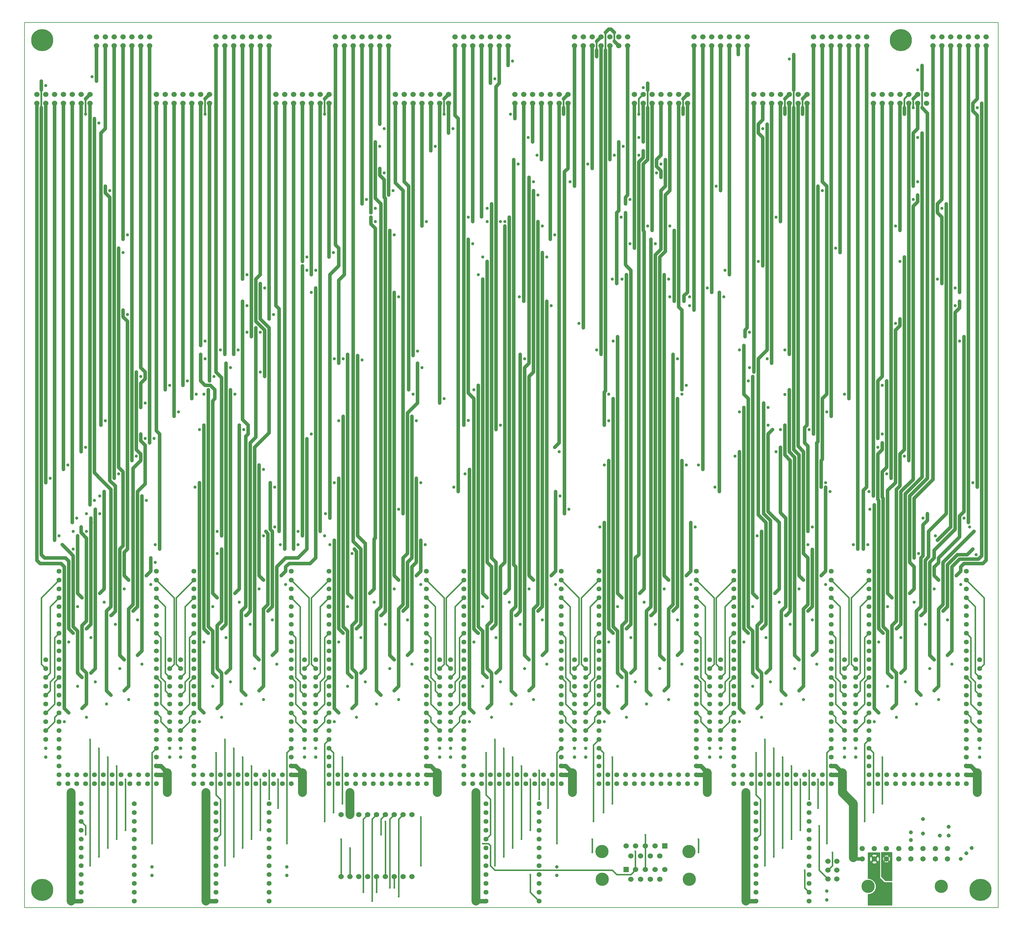
<source format=gbr>
G04 #@! TF.FileFunction,Copper,L4,Bot,Signal*
%FSLAX46Y46*%
G04 Gerber Fmt 4.6, Leading zero omitted, Abs format (unit mm)*
G04 Created by KiCad (PCBNEW 4.0.3+e1-6302~38~ubuntu14.04.1-stable) date Fri Aug 19 15:31:16 2016*
%MOMM*%
%LPD*%
G01*
G04 APERTURE LIST*
%ADD10C,0.100000*%
%ADD11C,0.150000*%
%ADD12C,1.500000*%
%ADD13C,3.810000*%
%ADD14C,1.524000*%
%ADD15C,1.397000*%
%ADD16C,1.000000*%
%ADD17R,1.524000X1.524000*%
%ADD18C,6.350000*%
%ADD19C,1.143000*%
%ADD20C,0.508000*%
%ADD21C,0.889000*%
%ADD22C,1.016000*%
%ADD23C,2.540000*%
%ADD24C,1.270000*%
%ADD25C,0.381000*%
%ADD26C,0.508000*%
%ADD27C,0.177800*%
%ADD28C,0.127000*%
%ADD29C,0.254000*%
G04 APERTURE END LIST*
D10*
D11*
X304800000Y-16510000D02*
X304800000Y-270510000D01*
X25400000Y-16510000D02*
X25400000Y-270510000D01*
X25400000Y-270510000D02*
X304800000Y-270510000D01*
X25400000Y-16510000D02*
X304800000Y-16510000D01*
D12*
X290210000Y-256540000D03*
X272710000Y-256540000D03*
D13*
X288460000Y-264450000D03*
D12*
X269210000Y-256540000D03*
X286710000Y-256540000D03*
X283210000Y-256540000D03*
X265710000Y-256540000D03*
X290210000Y-253540000D03*
X279710000Y-256540000D03*
X286710000Y-253540000D03*
X276210000Y-256540000D03*
D13*
X267460000Y-264450000D03*
D12*
X283210000Y-253540000D03*
X279710000Y-253540000D03*
X276210000Y-253540000D03*
X272710000Y-253540000D03*
X269210000Y-253540000D03*
X265710000Y-253540000D03*
D14*
X116205000Y-243840000D03*
X118745000Y-243840000D03*
X121285000Y-243840000D03*
X123825000Y-243840000D03*
X126365000Y-243840000D03*
X128905000Y-243840000D03*
X131445000Y-243840000D03*
X133985000Y-243840000D03*
X136525000Y-243840000D03*
X136525000Y-261620000D03*
X133985000Y-261620000D03*
X131445000Y-261620000D03*
X128905000Y-261620000D03*
X126365000Y-261620000D03*
X123825000Y-261620000D03*
X121285000Y-261620000D03*
X118745000Y-261620000D03*
X116205000Y-261620000D03*
D15*
X157797500Y-240665000D03*
X157797500Y-243205000D03*
X157797500Y-245745000D03*
X157797500Y-248285000D03*
X157797500Y-250825000D03*
X157797500Y-253365000D03*
X157797500Y-255905000D03*
X157797500Y-260985000D03*
X157797500Y-263525000D03*
X157797500Y-266065000D03*
X157797500Y-268605000D03*
X157797500Y-258445000D03*
X173037500Y-258445000D03*
X173037500Y-268605000D03*
X173037500Y-266065000D03*
X173037500Y-263525000D03*
X173037500Y-260985000D03*
X173037500Y-255905000D03*
X173037500Y-253365000D03*
X173037500Y-250825000D03*
X173037500Y-248285000D03*
X173037500Y-245745000D03*
X173037500Y-243205000D03*
X173037500Y-240665000D03*
X256857500Y-234950000D03*
X256857500Y-232410000D03*
X256857500Y-229870000D03*
X256857500Y-227330000D03*
X256857500Y-224790000D03*
X256857500Y-222250000D03*
X256857500Y-219710000D03*
X256857500Y-217170000D03*
X256857500Y-214630000D03*
X256857500Y-212090000D03*
X256857500Y-209550000D03*
X256857500Y-207010000D03*
X256857500Y-204470000D03*
X256857500Y-201930000D03*
X256857500Y-199390000D03*
X256857500Y-196850000D03*
X256857500Y-194310000D03*
X256857500Y-191770000D03*
X256857500Y-189230000D03*
X256857500Y-186690000D03*
X256857500Y-184150000D03*
X256857500Y-181610000D03*
X256857500Y-179070000D03*
X256857500Y-176530000D03*
X256857500Y-173990000D03*
X228917500Y-173990000D03*
X228917500Y-176530000D03*
X228917500Y-179070000D03*
X228917500Y-181610000D03*
X228917500Y-184150000D03*
X228917500Y-186690000D03*
X228917500Y-189230000D03*
X228917500Y-191770000D03*
X228917500Y-194310000D03*
X228917500Y-196850000D03*
X228917500Y-199390000D03*
X228917500Y-201930000D03*
X228917500Y-204470000D03*
X228917500Y-207010000D03*
X228917500Y-209550000D03*
X228917500Y-212090000D03*
X228917500Y-214630000D03*
X228917500Y-217170000D03*
X228917500Y-219710000D03*
X228917500Y-222250000D03*
X228917500Y-224790000D03*
X228917500Y-227330000D03*
X228917500Y-229870000D03*
X228917500Y-232410000D03*
X228917500Y-234950000D03*
X218122500Y-234950000D03*
X218122500Y-232410000D03*
X218122500Y-229870000D03*
X218122500Y-227330000D03*
X218122500Y-224790000D03*
X218122500Y-222250000D03*
X218122500Y-219710000D03*
X218122500Y-217170000D03*
X218122500Y-214630000D03*
X218122500Y-212090000D03*
X218122500Y-209550000D03*
X218122500Y-207010000D03*
X218122500Y-204470000D03*
X218122500Y-201930000D03*
X218122500Y-199390000D03*
X218122500Y-196850000D03*
X218122500Y-194310000D03*
X218122500Y-191770000D03*
X218122500Y-189230000D03*
X218122500Y-186690000D03*
X218122500Y-184150000D03*
X218122500Y-181610000D03*
X218122500Y-179070000D03*
X218122500Y-176530000D03*
X218122500Y-173990000D03*
X190182500Y-173990000D03*
X190182500Y-176530000D03*
X190182500Y-179070000D03*
X190182500Y-181610000D03*
X190182500Y-184150000D03*
X190182500Y-186690000D03*
X190182500Y-189230000D03*
X190182500Y-191770000D03*
X190182500Y-194310000D03*
X190182500Y-196850000D03*
X190182500Y-199390000D03*
X190182500Y-201930000D03*
X190182500Y-204470000D03*
X190182500Y-207010000D03*
X190182500Y-209550000D03*
X190182500Y-212090000D03*
X190182500Y-214630000D03*
X190182500Y-217170000D03*
X190182500Y-219710000D03*
X190182500Y-222250000D03*
X190182500Y-224790000D03*
X190182500Y-227330000D03*
X190182500Y-229870000D03*
X190182500Y-232410000D03*
X190182500Y-234950000D03*
X63182500Y-234950000D03*
X63182500Y-232410000D03*
X63182500Y-229870000D03*
X63182500Y-227330000D03*
X63182500Y-224790000D03*
X63182500Y-222250000D03*
X63182500Y-219710000D03*
X63182500Y-217170000D03*
X63182500Y-214630000D03*
X63182500Y-212090000D03*
X63182500Y-209550000D03*
X63182500Y-207010000D03*
X63182500Y-204470000D03*
X63182500Y-201930000D03*
X63182500Y-199390000D03*
X63182500Y-196850000D03*
X63182500Y-194310000D03*
X63182500Y-191770000D03*
X63182500Y-189230000D03*
X63182500Y-186690000D03*
X63182500Y-184150000D03*
X63182500Y-181610000D03*
X63182500Y-179070000D03*
X63182500Y-176530000D03*
X63182500Y-173990000D03*
X35242500Y-173990000D03*
X35242500Y-176530000D03*
X35242500Y-179070000D03*
X35242500Y-181610000D03*
X35242500Y-184150000D03*
X35242500Y-186690000D03*
X35242500Y-189230000D03*
X35242500Y-191770000D03*
X35242500Y-194310000D03*
X35242500Y-196850000D03*
X35242500Y-199390000D03*
X35242500Y-201930000D03*
X35242500Y-204470000D03*
X35242500Y-207010000D03*
X35242500Y-209550000D03*
X35242500Y-212090000D03*
X35242500Y-214630000D03*
X35242500Y-217170000D03*
X35242500Y-219710000D03*
X35242500Y-222250000D03*
X35242500Y-224790000D03*
X35242500Y-227330000D03*
X35242500Y-229870000D03*
X35242500Y-232410000D03*
X35242500Y-234950000D03*
D14*
X95567500Y-20637500D03*
X93027500Y-20637500D03*
X90487500Y-20637500D03*
X87947500Y-20637500D03*
X85407500Y-20637500D03*
X82867500Y-20637500D03*
X80327500Y-20637500D03*
X95567500Y-23177500D03*
X93027500Y-23177500D03*
X90487500Y-23177500D03*
X87947500Y-23177500D03*
X85407500Y-23177500D03*
X82867500Y-23177500D03*
X80327500Y-23177500D03*
X44132500Y-37147500D03*
X41592500Y-37147500D03*
X39052500Y-37147500D03*
X36512500Y-37147500D03*
X33972500Y-37147500D03*
X31432500Y-37147500D03*
X28892500Y-37147500D03*
X44132500Y-39687500D03*
X41592500Y-39687500D03*
X39052500Y-39687500D03*
X36512500Y-39687500D03*
X33972500Y-39687500D03*
X31432500Y-39687500D03*
X28892500Y-39687500D03*
D15*
X101917500Y-234950000D03*
X101917500Y-232410000D03*
X101917500Y-229870000D03*
X101917500Y-227330000D03*
X101917500Y-224790000D03*
X101917500Y-222250000D03*
X101917500Y-219710000D03*
X101917500Y-217170000D03*
X101917500Y-214630000D03*
X101917500Y-212090000D03*
X101917500Y-209550000D03*
X101917500Y-207010000D03*
X101917500Y-204470000D03*
X101917500Y-201930000D03*
X101917500Y-199390000D03*
X101917500Y-196850000D03*
X101917500Y-194310000D03*
X101917500Y-191770000D03*
X101917500Y-189230000D03*
X101917500Y-186690000D03*
X101917500Y-184150000D03*
X101917500Y-181610000D03*
X101917500Y-179070000D03*
X101917500Y-176530000D03*
X101917500Y-173990000D03*
X73977500Y-173990000D03*
X73977500Y-176530000D03*
X73977500Y-179070000D03*
X73977500Y-181610000D03*
X73977500Y-184150000D03*
X73977500Y-186690000D03*
X73977500Y-189230000D03*
X73977500Y-191770000D03*
X73977500Y-194310000D03*
X73977500Y-196850000D03*
X73977500Y-199390000D03*
X73977500Y-201930000D03*
X73977500Y-204470000D03*
X73977500Y-207010000D03*
X73977500Y-209550000D03*
X73977500Y-212090000D03*
X73977500Y-214630000D03*
X73977500Y-217170000D03*
X73977500Y-219710000D03*
X73977500Y-222250000D03*
X73977500Y-224790000D03*
X73977500Y-227330000D03*
X73977500Y-229870000D03*
X73977500Y-232410000D03*
X73977500Y-234950000D03*
X140652500Y-234950000D03*
X140652500Y-232410000D03*
X140652500Y-229870000D03*
X140652500Y-227330000D03*
X140652500Y-224790000D03*
X140652500Y-222250000D03*
X140652500Y-219710000D03*
X140652500Y-217170000D03*
X140652500Y-214630000D03*
X140652500Y-212090000D03*
X140652500Y-209550000D03*
X140652500Y-207010000D03*
X140652500Y-204470000D03*
X140652500Y-201930000D03*
X140652500Y-199390000D03*
X140652500Y-196850000D03*
X140652500Y-194310000D03*
X140652500Y-191770000D03*
X140652500Y-189230000D03*
X140652500Y-186690000D03*
X140652500Y-184150000D03*
X140652500Y-181610000D03*
X140652500Y-179070000D03*
X140652500Y-176530000D03*
X140652500Y-173990000D03*
X112712500Y-173990000D03*
X112712500Y-176530000D03*
X112712500Y-179070000D03*
X112712500Y-181610000D03*
X112712500Y-184150000D03*
X112712500Y-186690000D03*
X112712500Y-189230000D03*
X112712500Y-191770000D03*
X112712500Y-194310000D03*
X112712500Y-196850000D03*
X112712500Y-199390000D03*
X112712500Y-201930000D03*
X112712500Y-204470000D03*
X112712500Y-207010000D03*
X112712500Y-209550000D03*
X112712500Y-212090000D03*
X112712500Y-214630000D03*
X112712500Y-217170000D03*
X112712500Y-219710000D03*
X112712500Y-222250000D03*
X112712500Y-224790000D03*
X112712500Y-227330000D03*
X112712500Y-229870000D03*
X112712500Y-232410000D03*
X112712500Y-234950000D03*
X179387500Y-234950000D03*
X179387500Y-232410000D03*
X179387500Y-229870000D03*
X179387500Y-227330000D03*
X179387500Y-224790000D03*
X179387500Y-222250000D03*
X179387500Y-219710000D03*
X179387500Y-217170000D03*
X179387500Y-214630000D03*
X179387500Y-212090000D03*
X179387500Y-209550000D03*
X179387500Y-207010000D03*
X179387500Y-204470000D03*
X179387500Y-201930000D03*
X179387500Y-199390000D03*
X179387500Y-196850000D03*
X179387500Y-194310000D03*
X179387500Y-191770000D03*
X179387500Y-189230000D03*
X179387500Y-186690000D03*
X179387500Y-184150000D03*
X179387500Y-181610000D03*
X179387500Y-179070000D03*
X179387500Y-176530000D03*
X179387500Y-173990000D03*
X151447500Y-173990000D03*
X151447500Y-176530000D03*
X151447500Y-179070000D03*
X151447500Y-181610000D03*
X151447500Y-184150000D03*
X151447500Y-186690000D03*
X151447500Y-189230000D03*
X151447500Y-191770000D03*
X151447500Y-194310000D03*
X151447500Y-196850000D03*
X151447500Y-199390000D03*
X151447500Y-201930000D03*
X151447500Y-204470000D03*
X151447500Y-207010000D03*
X151447500Y-209550000D03*
X151447500Y-212090000D03*
X151447500Y-214630000D03*
X151447500Y-217170000D03*
X151447500Y-219710000D03*
X151447500Y-222250000D03*
X151447500Y-224790000D03*
X151447500Y-227330000D03*
X151447500Y-229870000D03*
X151447500Y-232410000D03*
X151447500Y-234950000D03*
X295592500Y-234950000D03*
X295592500Y-232410000D03*
X295592500Y-229870000D03*
X295592500Y-227330000D03*
X295592500Y-224790000D03*
X295592500Y-222250000D03*
X295592500Y-219710000D03*
X295592500Y-217170000D03*
X295592500Y-214630000D03*
X295592500Y-212090000D03*
X295592500Y-209550000D03*
X295592500Y-207010000D03*
X295592500Y-204470000D03*
X295592500Y-201930000D03*
X295592500Y-199390000D03*
X295592500Y-196850000D03*
X295592500Y-194310000D03*
X295592500Y-191770000D03*
X295592500Y-189230000D03*
X295592500Y-186690000D03*
X295592500Y-184150000D03*
X295592500Y-181610000D03*
X295592500Y-179070000D03*
X295592500Y-176530000D03*
X295592500Y-173990000D03*
X267652500Y-173990000D03*
X267652500Y-176530000D03*
X267652500Y-179070000D03*
X267652500Y-181610000D03*
X267652500Y-184150000D03*
X267652500Y-186690000D03*
X267652500Y-189230000D03*
X267652500Y-191770000D03*
X267652500Y-194310000D03*
X267652500Y-196850000D03*
X267652500Y-199390000D03*
X267652500Y-201930000D03*
X267652500Y-204470000D03*
X267652500Y-207010000D03*
X267652500Y-209550000D03*
X267652500Y-212090000D03*
X267652500Y-214630000D03*
X267652500Y-217170000D03*
X267652500Y-219710000D03*
X267652500Y-222250000D03*
X267652500Y-224790000D03*
X267652500Y-227330000D03*
X267652500Y-229870000D03*
X267652500Y-232410000D03*
X267652500Y-234950000D03*
D14*
X215582500Y-37147500D03*
X213042500Y-37147500D03*
X210502500Y-37147500D03*
X207962500Y-37147500D03*
X205422500Y-37147500D03*
X202882500Y-37147500D03*
X200342500Y-37147500D03*
X215582500Y-39687500D03*
X213042500Y-39687500D03*
X210502500Y-39687500D03*
X207962500Y-39687500D03*
X205422500Y-39687500D03*
X202882500Y-39687500D03*
X200342500Y-39687500D03*
D15*
X235267500Y-240665000D03*
X235267500Y-243205000D03*
X235267500Y-245745000D03*
X235267500Y-248285000D03*
X235267500Y-250825000D03*
X235267500Y-253365000D03*
X235267500Y-255905000D03*
X235267500Y-260985000D03*
X235267500Y-263525000D03*
X235267500Y-266065000D03*
X235267500Y-268605000D03*
X235267500Y-258445000D03*
X250507500Y-258445000D03*
X250507500Y-268605000D03*
X250507500Y-266065000D03*
X250507500Y-263525000D03*
X250507500Y-260985000D03*
X250507500Y-255905000D03*
X250507500Y-253365000D03*
X250507500Y-250825000D03*
X250507500Y-248285000D03*
X250507500Y-245745000D03*
X250507500Y-243205000D03*
X250507500Y-240665000D03*
X80327500Y-240665000D03*
X80327500Y-243205000D03*
X80327500Y-245745000D03*
X80327500Y-248285000D03*
X80327500Y-250825000D03*
X80327500Y-253365000D03*
X80327500Y-255905000D03*
X80327500Y-260985000D03*
X80327500Y-263525000D03*
X80327500Y-266065000D03*
X80327500Y-268605000D03*
X80327500Y-258445000D03*
X95567500Y-258445000D03*
X95567500Y-268605000D03*
X95567500Y-266065000D03*
X95567500Y-263525000D03*
X95567500Y-260985000D03*
X95567500Y-255905000D03*
X95567500Y-253365000D03*
X95567500Y-250825000D03*
X95567500Y-248285000D03*
X95567500Y-245745000D03*
X95567500Y-243205000D03*
X95567500Y-240665000D03*
X282892500Y-232410000D03*
X293052500Y-232410000D03*
X290512500Y-232410000D03*
X287972500Y-232410000D03*
X285432500Y-232410000D03*
X280352500Y-232410000D03*
X277812500Y-232410000D03*
X275272500Y-232410000D03*
X272732500Y-232410000D03*
X270192500Y-232410000D03*
X244157500Y-232410000D03*
X254317500Y-232410000D03*
X251777500Y-232410000D03*
X249237500Y-232410000D03*
X246697500Y-232410000D03*
X241617500Y-232410000D03*
X239077500Y-232410000D03*
X236537500Y-232410000D03*
X233997500Y-232410000D03*
X231457500Y-232410000D03*
X205422500Y-232410000D03*
X215582500Y-232410000D03*
X213042500Y-232410000D03*
X210502500Y-232410000D03*
X207962500Y-232410000D03*
X202882500Y-232410000D03*
X200342500Y-232410000D03*
X197802500Y-232410000D03*
X195262500Y-232410000D03*
X192722500Y-232410000D03*
X166687500Y-232410000D03*
X176847500Y-232410000D03*
X174307500Y-232410000D03*
X171767500Y-232410000D03*
X169227500Y-232410000D03*
X164147500Y-232410000D03*
X161607500Y-232410000D03*
X159067500Y-232410000D03*
X156527500Y-232410000D03*
X153987500Y-232410000D03*
X127952500Y-232410000D03*
X138112500Y-232410000D03*
X135572500Y-232410000D03*
X133032500Y-232410000D03*
X130492500Y-232410000D03*
X125412500Y-232410000D03*
X122872500Y-232410000D03*
X120332500Y-232410000D03*
X117792500Y-232410000D03*
X115252500Y-232410000D03*
X89217500Y-232410000D03*
X99377500Y-232410000D03*
X96837500Y-232410000D03*
X94297500Y-232410000D03*
X91757500Y-232410000D03*
X86677500Y-232410000D03*
X84137500Y-232410000D03*
X81597500Y-232410000D03*
X79057500Y-232410000D03*
X76517500Y-232410000D03*
X50482500Y-232410000D03*
X60642500Y-232410000D03*
X58102500Y-232410000D03*
X55562500Y-232410000D03*
X53022500Y-232410000D03*
X47942500Y-232410000D03*
X45402500Y-232410000D03*
X42862500Y-232410000D03*
X40322500Y-232410000D03*
X37782500Y-232410000D03*
X280352500Y-234950000D03*
X270192500Y-234950000D03*
X272732500Y-234950000D03*
X275272500Y-234950000D03*
X277812500Y-234950000D03*
X282892500Y-234950000D03*
X285432500Y-234950000D03*
X287972500Y-234950000D03*
X290512500Y-234950000D03*
X293052500Y-234950000D03*
X241617500Y-234950000D03*
X231457500Y-234950000D03*
X233997500Y-234950000D03*
X236537500Y-234950000D03*
X239077500Y-234950000D03*
X244157500Y-234950000D03*
X246697500Y-234950000D03*
X249237500Y-234950000D03*
X251777500Y-234950000D03*
X254317500Y-234950000D03*
X202882500Y-234950000D03*
X192722500Y-234950000D03*
X195262500Y-234950000D03*
X197802500Y-234950000D03*
X200342500Y-234950000D03*
X205422500Y-234950000D03*
X207962500Y-234950000D03*
X210502500Y-234950000D03*
X213042500Y-234950000D03*
X215582500Y-234950000D03*
X164147500Y-234950000D03*
X153987500Y-234950000D03*
X156527500Y-234950000D03*
X159067500Y-234950000D03*
X161607500Y-234950000D03*
X166687500Y-234950000D03*
X169227500Y-234950000D03*
X171767500Y-234950000D03*
X174307500Y-234950000D03*
X176847500Y-234950000D03*
X125412500Y-234950000D03*
X115252500Y-234950000D03*
X117792500Y-234950000D03*
X120332500Y-234950000D03*
X122872500Y-234950000D03*
X127952500Y-234950000D03*
X130492500Y-234950000D03*
X133032500Y-234950000D03*
X135572500Y-234950000D03*
X138112500Y-234950000D03*
X86677500Y-234950000D03*
X76517500Y-234950000D03*
X79057500Y-234950000D03*
X81597500Y-234950000D03*
X84137500Y-234950000D03*
X89217500Y-234950000D03*
X91757500Y-234950000D03*
X94297500Y-234950000D03*
X96837500Y-234950000D03*
X99377500Y-234950000D03*
X47942500Y-234950000D03*
X37782500Y-234950000D03*
X40322500Y-234950000D03*
X42862500Y-234950000D03*
X45402500Y-234950000D03*
X50482500Y-234950000D03*
X53022500Y-234950000D03*
X55562500Y-234950000D03*
X58102500Y-234950000D03*
X60642500Y-234950000D03*
D14*
X112712500Y-37147500D03*
X110172500Y-37147500D03*
X107632500Y-37147500D03*
X105092500Y-37147500D03*
X102552500Y-37147500D03*
X100012500Y-37147500D03*
X97472500Y-37147500D03*
X112712500Y-39687500D03*
X110172500Y-39687500D03*
X107632500Y-39687500D03*
X105092500Y-39687500D03*
X102552500Y-39687500D03*
X100012500Y-39687500D03*
X97472500Y-39687500D03*
X181292500Y-37147500D03*
X178752500Y-37147500D03*
X176212500Y-37147500D03*
X173672500Y-37147500D03*
X171132500Y-37147500D03*
X168592500Y-37147500D03*
X166052500Y-37147500D03*
X181292500Y-39687500D03*
X178752500Y-39687500D03*
X176212500Y-39687500D03*
X173672500Y-39687500D03*
X171132500Y-39687500D03*
X168592500Y-39687500D03*
X166052500Y-39687500D03*
X249872500Y-37147500D03*
X247332500Y-37147500D03*
X244792500Y-37147500D03*
X242252500Y-37147500D03*
X239712500Y-37147500D03*
X237172500Y-37147500D03*
X234632500Y-37147500D03*
X249872500Y-39687500D03*
X247332500Y-39687500D03*
X244792500Y-39687500D03*
X242252500Y-39687500D03*
X239712500Y-39687500D03*
X237172500Y-39687500D03*
X234632500Y-39687500D03*
X78422500Y-37147500D03*
X75882500Y-37147500D03*
X73342500Y-37147500D03*
X70802500Y-37147500D03*
X68262500Y-37147500D03*
X65722500Y-37147500D03*
X63182500Y-37147500D03*
X78422500Y-39687500D03*
X75882500Y-39687500D03*
X73342500Y-39687500D03*
X70802500Y-39687500D03*
X68262500Y-39687500D03*
X65722500Y-39687500D03*
X63182500Y-39687500D03*
X147002500Y-37147500D03*
X144462500Y-37147500D03*
X141922500Y-37147500D03*
X139382500Y-37147500D03*
X136842500Y-37147500D03*
X134302500Y-37147500D03*
X131762500Y-37147500D03*
X147002500Y-39687500D03*
X144462500Y-39687500D03*
X141922500Y-39687500D03*
X139382500Y-39687500D03*
X136842500Y-39687500D03*
X134302500Y-39687500D03*
X131762500Y-39687500D03*
X284162500Y-37147500D03*
X281622500Y-37147500D03*
X279082500Y-37147500D03*
X276542500Y-37147500D03*
X274002500Y-37147500D03*
X271462500Y-37147500D03*
X268922500Y-37147500D03*
X284162500Y-39687500D03*
X281622500Y-39687500D03*
X279082500Y-39687500D03*
X276542500Y-39687500D03*
X274002500Y-39687500D03*
X271462500Y-39687500D03*
X268922500Y-39687500D03*
X61277500Y-20637500D03*
X58737500Y-20637500D03*
X56197500Y-20637500D03*
X53657500Y-20637500D03*
X51117500Y-20637500D03*
X48577500Y-20637500D03*
X46037500Y-20637500D03*
X61277500Y-23177500D03*
X58737500Y-23177500D03*
X56197500Y-23177500D03*
X53657500Y-23177500D03*
X51117500Y-23177500D03*
X48577500Y-23177500D03*
X46037500Y-23177500D03*
X129857500Y-20637500D03*
X127317500Y-20637500D03*
X124777500Y-20637500D03*
X122237500Y-20637500D03*
X119697500Y-20637500D03*
X117157500Y-20637500D03*
X114617500Y-20637500D03*
X129857500Y-23177500D03*
X127317500Y-23177500D03*
X124777500Y-23177500D03*
X122237500Y-23177500D03*
X119697500Y-23177500D03*
X117157500Y-23177500D03*
X114617500Y-23177500D03*
X198437500Y-20637500D03*
X195897500Y-20637500D03*
X193357500Y-20637500D03*
X190817500Y-20637500D03*
X188277500Y-20637500D03*
X185737500Y-20637500D03*
X183197500Y-20637500D03*
X198437500Y-23177500D03*
X195897500Y-23177500D03*
X193357500Y-23177500D03*
X190817500Y-23177500D03*
X188277500Y-23177500D03*
X185737500Y-23177500D03*
X183197500Y-23177500D03*
X267017500Y-20637500D03*
X264477500Y-20637500D03*
X261937500Y-20637500D03*
X259397500Y-20637500D03*
X256857500Y-20637500D03*
X254317500Y-20637500D03*
X251777500Y-20637500D03*
X267017500Y-23177500D03*
X264477500Y-23177500D03*
X261937500Y-23177500D03*
X259397500Y-23177500D03*
X256857500Y-23177500D03*
X254317500Y-23177500D03*
X251777500Y-23177500D03*
X164147500Y-20637500D03*
X161607500Y-20637500D03*
X159067500Y-20637500D03*
X156527500Y-20637500D03*
X153987500Y-20637500D03*
X151447500Y-20637500D03*
X148907500Y-20637500D03*
X164147500Y-23177500D03*
X161607500Y-23177500D03*
X159067500Y-23177500D03*
X156527500Y-23177500D03*
X153987500Y-23177500D03*
X151447500Y-23177500D03*
X148907500Y-23177500D03*
X232727500Y-20637500D03*
X230187500Y-20637500D03*
X227647500Y-20637500D03*
X225107500Y-20637500D03*
X222567500Y-20637500D03*
X220027500Y-20637500D03*
X217487500Y-20637500D03*
X232727500Y-23177500D03*
X230187500Y-23177500D03*
X227647500Y-23177500D03*
X225107500Y-23177500D03*
X222567500Y-23177500D03*
X220027500Y-23177500D03*
X217487500Y-23177500D03*
X301307500Y-20637500D03*
X298767500Y-20637500D03*
X296227500Y-20637500D03*
X293687500Y-20637500D03*
X291147500Y-20637500D03*
X288607500Y-20637500D03*
X286067500Y-20637500D03*
X301307500Y-23177500D03*
X298767500Y-23177500D03*
X296227500Y-23177500D03*
X293687500Y-23177500D03*
X291147500Y-23177500D03*
X288607500Y-23177500D03*
X286067500Y-23177500D03*
D16*
X299402500Y-227310000D03*
X299402500Y-224810000D03*
X263842500Y-227310000D03*
X263842500Y-224810000D03*
X260667500Y-227310000D03*
X260667500Y-224810000D03*
X225107500Y-227310000D03*
X225107500Y-224810000D03*
X221932500Y-227310000D03*
X221932500Y-224810000D03*
X186372500Y-227310000D03*
X186372500Y-224810000D03*
X183197500Y-227310000D03*
X183197500Y-224810000D03*
X147637500Y-227310000D03*
X147637500Y-224810000D03*
X144462500Y-227310000D03*
X144462500Y-224810000D03*
X108902500Y-227310000D03*
X108902500Y-224810000D03*
X105727500Y-227310000D03*
X105727500Y-224810000D03*
X70167500Y-227310000D03*
X70167500Y-224810000D03*
X66992500Y-227310000D03*
X66992500Y-224810000D03*
X31432500Y-227310000D03*
X31432500Y-224810000D03*
D15*
X41592500Y-240665000D03*
X41592500Y-243205000D03*
X41592500Y-245745000D03*
X41592500Y-248285000D03*
X41592500Y-250825000D03*
X41592500Y-253365000D03*
X41592500Y-255905000D03*
X41592500Y-260985000D03*
X41592500Y-263525000D03*
X41592500Y-266065000D03*
X41592500Y-268605000D03*
X41592500Y-258445000D03*
X56832500Y-258445000D03*
X56832500Y-268605000D03*
X56832500Y-266065000D03*
X56832500Y-263525000D03*
X56832500Y-260985000D03*
X56832500Y-255905000D03*
X56832500Y-253365000D03*
X56832500Y-250825000D03*
X56832500Y-248285000D03*
X56832500Y-245745000D03*
X56832500Y-243205000D03*
X56832500Y-240665000D03*
D14*
X255905000Y-257175000D03*
X258445000Y-257175000D03*
X255905000Y-259715000D03*
X258445000Y-259715000D03*
X255905000Y-262255000D03*
X258445000Y-262255000D03*
X207670400Y-262416925D03*
X204901800Y-262416925D03*
X202133200Y-262416925D03*
X199364600Y-262416925D03*
X209054700Y-259572125D03*
X206286100Y-259572125D03*
X203517500Y-259572125D03*
X200748900Y-259572125D03*
D17*
X197980300Y-259572125D03*
D13*
X216141300Y-262416925D03*
X191147700Y-262416925D03*
X216014300Y-254415925D03*
X191020700Y-254415925D03*
D17*
X209054700Y-252815725D03*
D14*
X206286100Y-252815725D03*
X203517500Y-252815725D03*
X200748900Y-252815725D03*
X197980300Y-252815725D03*
X207670400Y-255660525D03*
X204901800Y-255660525D03*
X202133200Y-255660525D03*
X199364600Y-255660525D03*
D15*
X31432500Y-212090000D03*
X31432500Y-222250000D03*
X31432500Y-219710000D03*
X31432500Y-217170000D03*
X31432500Y-214630000D03*
X31432500Y-209550000D03*
X31432500Y-207010000D03*
X31432500Y-204470000D03*
X31432500Y-201930000D03*
X31432500Y-199390000D03*
X66992500Y-212090000D03*
X66992500Y-222250000D03*
X66992500Y-219710000D03*
X66992500Y-217170000D03*
X66992500Y-214630000D03*
X66992500Y-209550000D03*
X66992500Y-207010000D03*
X66992500Y-204470000D03*
X66992500Y-201930000D03*
X66992500Y-199390000D03*
X70167500Y-212090000D03*
X70167500Y-222250000D03*
X70167500Y-219710000D03*
X70167500Y-217170000D03*
X70167500Y-214630000D03*
X70167500Y-209550000D03*
X70167500Y-207010000D03*
X70167500Y-204470000D03*
X70167500Y-201930000D03*
X70167500Y-199390000D03*
X105727500Y-212090000D03*
X105727500Y-222250000D03*
X105727500Y-219710000D03*
X105727500Y-217170000D03*
X105727500Y-214630000D03*
X105727500Y-209550000D03*
X105727500Y-207010000D03*
X105727500Y-204470000D03*
X105727500Y-201930000D03*
X105727500Y-199390000D03*
X108902500Y-212090000D03*
X108902500Y-222250000D03*
X108902500Y-219710000D03*
X108902500Y-217170000D03*
X108902500Y-214630000D03*
X108902500Y-209550000D03*
X108902500Y-207010000D03*
X108902500Y-204470000D03*
X108902500Y-201930000D03*
X108902500Y-199390000D03*
X144462500Y-212090000D03*
X144462500Y-222250000D03*
X144462500Y-219710000D03*
X144462500Y-217170000D03*
X144462500Y-214630000D03*
X144462500Y-209550000D03*
X144462500Y-207010000D03*
X144462500Y-204470000D03*
X144462500Y-201930000D03*
X144462500Y-199390000D03*
X147637500Y-212090000D03*
X147637500Y-222250000D03*
X147637500Y-219710000D03*
X147637500Y-217170000D03*
X147637500Y-214630000D03*
X147637500Y-209550000D03*
X147637500Y-207010000D03*
X147637500Y-204470000D03*
X147637500Y-201930000D03*
X147637500Y-199390000D03*
X183197500Y-212090000D03*
X183197500Y-222250000D03*
X183197500Y-219710000D03*
X183197500Y-217170000D03*
X183197500Y-214630000D03*
X183197500Y-209550000D03*
X183197500Y-207010000D03*
X183197500Y-204470000D03*
X183197500Y-201930000D03*
X183197500Y-199390000D03*
X186372500Y-212090000D03*
X186372500Y-222250000D03*
X186372500Y-219710000D03*
X186372500Y-217170000D03*
X186372500Y-214630000D03*
X186372500Y-209550000D03*
X186372500Y-207010000D03*
X186372500Y-204470000D03*
X186372500Y-201930000D03*
X186372500Y-199390000D03*
X221932500Y-212090000D03*
X221932500Y-222250000D03*
X221932500Y-219710000D03*
X221932500Y-217170000D03*
X221932500Y-214630000D03*
X221932500Y-209550000D03*
X221932500Y-207010000D03*
X221932500Y-204470000D03*
X221932500Y-201930000D03*
X221932500Y-199390000D03*
X225107500Y-212090000D03*
X225107500Y-222250000D03*
X225107500Y-219710000D03*
X225107500Y-217170000D03*
X225107500Y-214630000D03*
X225107500Y-209550000D03*
X225107500Y-207010000D03*
X225107500Y-204470000D03*
X225107500Y-201930000D03*
X225107500Y-199390000D03*
X260667500Y-212090000D03*
X260667500Y-222250000D03*
X260667500Y-219710000D03*
X260667500Y-217170000D03*
X260667500Y-214630000D03*
X260667500Y-209550000D03*
X260667500Y-207010000D03*
X260667500Y-204470000D03*
X260667500Y-201930000D03*
X260667500Y-199390000D03*
X263842500Y-212090000D03*
X263842500Y-222250000D03*
X263842500Y-219710000D03*
X263842500Y-217170000D03*
X263842500Y-214630000D03*
X263842500Y-209550000D03*
X263842500Y-207010000D03*
X263842500Y-204470000D03*
X263842500Y-201930000D03*
X263842500Y-199390000D03*
X299402500Y-212090000D03*
X299402500Y-222250000D03*
X299402500Y-219710000D03*
X299402500Y-217170000D03*
X299402500Y-214630000D03*
X299402500Y-209550000D03*
X299402500Y-207010000D03*
X299402500Y-204470000D03*
X299402500Y-201930000D03*
X299402500Y-199390000D03*
D16*
X61912500Y-261282500D03*
X61912500Y-258782500D03*
X100647500Y-261282500D03*
X100647500Y-258782500D03*
X178117500Y-261282500D03*
X178117500Y-258782500D03*
X255587500Y-265767500D03*
X255587500Y-268267500D03*
D18*
X276860000Y-21590000D03*
X30480000Y-21590000D03*
X299720000Y-265430000D03*
X30480000Y-265430000D03*
D19*
X118745000Y-237490000D03*
X38735000Y-237490000D03*
X154940000Y-237490000D03*
X232410000Y-237490000D03*
X77470000Y-237490000D03*
X182562500Y-237490000D03*
X221297500Y-237490000D03*
X298767500Y-237490000D03*
X260032500Y-237490000D03*
X66357500Y-237490000D03*
X105092500Y-237490000D03*
X143827500Y-237490000D03*
D20*
X61912500Y-252095000D03*
D21*
X36830000Y-217170000D03*
X38100000Y-214630000D03*
X48895000Y-212090000D03*
X164782500Y-42862500D03*
X46672500Y-45402500D03*
X50165000Y-209550000D03*
X166052500Y-44132500D03*
X45402500Y-44132500D03*
X62865000Y-166370000D03*
X40640000Y-207010000D03*
X39370000Y-167640000D03*
X36195000Y-166370000D03*
X64135000Y-167640000D03*
X41910000Y-204470000D03*
X199072500Y-80010000D03*
X53657500Y-82550000D03*
X52705000Y-201930000D03*
X53975000Y-199390000D03*
X200342500Y-81280000D03*
X52387500Y-81280000D03*
X31432500Y-34607500D03*
X38100000Y-194310000D03*
X44767500Y-32067500D03*
X39370000Y-191770000D03*
X30162500Y-33337500D03*
X46037500Y-33337500D03*
X51435000Y-189230000D03*
X181927500Y-62230000D03*
X49847500Y-64770000D03*
X183197500Y-63500000D03*
X48577500Y-63500000D03*
X50165000Y-186690000D03*
X39370000Y-162560000D03*
X40640000Y-184150000D03*
X80645000Y-162560000D03*
X41910000Y-181610000D03*
X81915000Y-163830000D03*
X40640000Y-163830000D03*
X53975000Y-179070000D03*
X216217500Y-97790000D03*
X54927500Y-100330000D03*
X55245000Y-176530000D03*
X217487500Y-99060000D03*
X53657500Y-99060000D03*
X280670000Y-170180000D03*
X61595000Y-170180000D03*
X60325000Y-175260000D03*
X62865000Y-171450000D03*
X61595000Y-177800000D03*
X281940000Y-168910000D03*
X46990000Y-180340000D03*
X48260000Y-151130000D03*
X149860000Y-151130000D03*
X46990000Y-152400000D03*
X48260000Y-182880000D03*
X148590000Y-149860000D03*
X251777500Y-134620000D03*
X58737500Y-134620000D03*
X56515000Y-185420000D03*
X60007500Y-135890000D03*
X57785000Y-187960000D03*
X250507500Y-133350000D03*
X43180000Y-190500000D03*
X113030000Y-158750000D03*
X44450000Y-158750000D03*
X43180000Y-157480000D03*
X44450000Y-193040000D03*
X111760000Y-157480000D03*
X268922500Y-152400000D03*
X59055000Y-152400000D03*
X57785000Y-198120000D03*
X59055000Y-200660000D03*
X267652500Y-151130000D03*
X60325000Y-153670000D03*
X133985000Y-157480000D03*
X44450000Y-203200000D03*
X45720000Y-156210000D03*
X46990000Y-157480000D03*
X45720000Y-205740000D03*
X132715000Y-156210000D03*
X234632500Y-116840000D03*
X57467500Y-116840000D03*
X53975000Y-208280000D03*
X58737500Y-118110000D03*
X233362500Y-115570000D03*
X55245000Y-210820000D03*
X41910000Y-213360000D03*
X98425000Y-162560000D03*
X41592500Y-161290000D03*
X43180000Y-215900000D03*
X97155000Y-161290000D03*
X43180000Y-162560000D03*
D20*
X44132500Y-222250000D03*
X44132500Y-258445000D03*
X46672500Y-224790000D03*
X46672500Y-255905000D03*
X49212500Y-227330000D03*
X49212500Y-253365000D03*
X51752500Y-250825000D03*
X51752500Y-229870000D03*
X54292500Y-233680000D03*
X54292500Y-248285000D03*
X100647500Y-252095000D03*
D21*
X32702500Y-147320000D03*
X75565000Y-217170000D03*
X74295000Y-149860000D03*
X76835000Y-214630000D03*
X31432500Y-148590000D03*
X75565000Y-148590000D03*
X167322500Y-95250000D03*
X89217500Y-97790000D03*
X87630000Y-212090000D03*
X88900000Y-209550000D03*
X87947500Y-96520000D03*
X168592500Y-96520000D03*
X66992500Y-120650000D03*
X79375000Y-207010000D03*
X76835000Y-123190000D03*
X80645000Y-204470000D03*
X78105000Y-121920000D03*
X65722500Y-121920000D03*
X193992500Y-90170000D03*
X197167500Y-52070000D03*
X201612500Y-49530000D03*
X201612500Y-42862500D03*
X91440000Y-201930000D03*
X94297500Y-92710000D03*
X195262500Y-91440000D03*
X195897500Y-50800000D03*
X202882500Y-50800000D03*
X92710000Y-199390000D03*
X93027500Y-91440000D03*
X48577500Y-130810000D03*
X76835000Y-194310000D03*
X75565000Y-133350000D03*
X78105000Y-191770000D03*
X76835000Y-132080000D03*
X47307500Y-132080000D03*
X184467500Y-102870000D03*
X90170000Y-189230000D03*
X93027500Y-105410000D03*
X88900000Y-186690000D03*
X91757500Y-104140000D03*
X185737500Y-104140000D03*
X81597500Y-110490000D03*
X77152500Y-113030000D03*
X79375000Y-184150000D03*
X75882500Y-111760000D03*
X80645000Y-181610000D03*
X82867500Y-111760000D03*
X218757500Y-143510000D03*
X92710000Y-179070000D03*
X93980000Y-144780000D03*
X92710000Y-143510000D03*
X220027500Y-144780000D03*
X93980000Y-176530000D03*
X99060000Y-175260000D03*
X288607500Y-91440000D03*
X108902500Y-92710000D03*
X100330000Y-177800000D03*
X287337500Y-90170000D03*
X107632500Y-93980000D03*
X86995000Y-132080000D03*
X85725000Y-180340000D03*
X151447500Y-132080000D03*
X86995000Y-182880000D03*
X152717500Y-130759202D03*
X88265000Y-133350000D03*
X254000000Y-149860000D03*
X95250000Y-185420000D03*
X95885000Y-148590000D03*
X255270000Y-148590000D03*
X96520000Y-187960000D03*
X97155000Y-149860000D03*
X115570000Y-114300000D03*
X81915000Y-190500000D03*
X83185000Y-114300000D03*
X114300000Y-113030000D03*
X83185000Y-193040000D03*
X84455000Y-115570000D03*
X96520000Y-198120000D03*
X106362500Y-135940798D03*
X270192500Y-135890000D03*
X107632500Y-134620000D03*
X271462500Y-134620000D03*
X97790000Y-200660000D03*
X84455000Y-121920000D03*
X83185000Y-203200000D03*
X135572500Y-121920000D03*
X136842500Y-123190000D03*
X84455000Y-205740000D03*
X85725000Y-123190000D03*
X105092500Y-163830000D03*
X105092500Y-86360000D03*
X237172500Y-86360000D03*
X94615000Y-162560000D03*
X92710000Y-208280000D03*
X93980000Y-210820000D03*
X93980000Y-163830000D03*
X235902500Y-85090000D03*
X103822500Y-162560000D03*
X106362500Y-87630000D03*
X100012500Y-167640000D03*
X81915000Y-167640000D03*
X80645000Y-213360000D03*
X81915000Y-215900000D03*
X98742500Y-166370000D03*
X80645000Y-168910000D03*
D20*
X82867500Y-258445000D03*
X82867500Y-222250000D03*
X85407500Y-224790000D03*
X85407500Y-255905000D03*
X87947500Y-227330000D03*
X87947500Y-253365000D03*
X90487500Y-229870000D03*
X90487500Y-250825000D03*
X93027500Y-233680000D03*
X93027500Y-248285000D03*
X80327500Y-226060000D03*
D21*
X114300000Y-217170000D03*
X113030000Y-166370000D03*
X35242500Y-163830000D03*
X114300000Y-165100000D03*
X33972500Y-165100000D03*
X115570000Y-214630000D03*
X127317500Y-52070000D03*
X169862500Y-49530000D03*
X126365000Y-212090000D03*
X171132500Y-50800000D03*
X127635000Y-209550000D03*
X126047500Y-50800000D03*
X115570000Y-130810000D03*
X69532500Y-128270000D03*
X118110000Y-207010000D03*
X116840000Y-129540000D03*
X68262500Y-129540000D03*
X119380000Y-204470000D03*
X131445000Y-77470000D03*
X130175000Y-201930000D03*
X204152500Y-74930000D03*
X131445000Y-199390000D03*
X130175000Y-76200000D03*
X205422500Y-76200000D03*
X115570000Y-194310000D03*
X52387500Y-146050000D03*
X114300000Y-148590000D03*
X116840000Y-191770000D03*
X115570000Y-147320000D03*
X51117500Y-147320000D03*
X128905000Y-189230000D03*
X128587500Y-59690000D03*
X187007500Y-57150000D03*
X127317500Y-58420000D03*
X188277500Y-58420000D03*
X127635000Y-186690000D03*
X86677500Y-110490000D03*
X118110000Y-184150000D03*
X116840000Y-113030000D03*
X118110000Y-111760000D03*
X85407500Y-111760000D03*
X119380000Y-181610000D03*
X221297500Y-92710000D03*
X131445000Y-179070000D03*
X132715000Y-95250000D03*
X222567500Y-93980000D03*
X131445000Y-93980000D03*
X132715000Y-176530000D03*
X287286702Y-165100000D03*
X137795000Y-175260000D03*
X139065000Y-165100000D03*
X139065000Y-177800000D03*
X140335000Y-166370000D03*
X286702500Y-163830000D03*
X124777500Y-72390000D03*
X153987500Y-73660000D03*
X124460000Y-180340000D03*
X152717500Y-72390000D03*
X126047500Y-73660000D03*
X125730000Y-182880000D03*
X136525000Y-129540000D03*
X256857500Y-129540000D03*
X133985000Y-185420000D03*
X255587500Y-128270000D03*
X137795000Y-130810000D03*
X135255000Y-187960000D03*
X120650000Y-190500000D03*
X121920000Y-193040000D03*
X137795000Y-147320000D03*
X274002500Y-147320000D03*
X135255000Y-198120000D03*
X136525000Y-200660000D03*
X272732500Y-146050000D03*
X139065000Y-148590000D03*
X120967500Y-112077500D03*
X136842500Y-112077500D03*
X121920000Y-203200000D03*
X123190000Y-205740000D03*
X122237500Y-113347500D03*
X138112500Y-110807500D03*
X239712500Y-114300000D03*
X138112500Y-114300000D03*
X131445000Y-208280000D03*
X238442500Y-113030000D03*
X139382500Y-115570000D03*
X132715000Y-210820000D03*
X119380000Y-213360000D03*
X102552500Y-167640000D03*
X120015000Y-167640000D03*
X120650000Y-215900000D03*
X103822500Y-166370000D03*
X119380000Y-168910000D03*
D20*
X111442500Y-245745000D03*
X113982500Y-243205000D03*
X116522500Y-240665000D03*
X116522500Y-227330000D03*
X95567500Y-231140000D03*
X95567500Y-239395000D03*
X98107500Y-233680000D03*
X98107500Y-241935000D03*
X178117500Y-252095000D03*
D21*
X151765000Y-146050000D03*
X153035000Y-217170000D03*
X37782500Y-143510000D03*
X154305000Y-214630000D03*
X153035000Y-144780000D03*
X36512500Y-144780000D03*
X165100000Y-212090000D03*
X167005000Y-57150000D03*
X172402500Y-54610000D03*
X166370000Y-209550000D03*
X173672500Y-55880000D03*
X165735000Y-55880000D03*
X72072500Y-119380000D03*
X156845000Y-207010000D03*
X154305000Y-121920000D03*
X158115000Y-204470000D03*
X155575000Y-120650000D03*
X70802500Y-120650000D03*
X168910000Y-201930000D03*
X171450000Y-62230000D03*
X206692500Y-59690000D03*
X170180000Y-199390000D03*
X207962500Y-60960000D03*
X170180000Y-60960000D03*
X54927500Y-77470000D03*
X154305000Y-194310000D03*
X153987500Y-80010000D03*
X53657500Y-78740000D03*
X155575000Y-191770000D03*
X152717500Y-78740000D03*
X167640000Y-189230000D03*
X168910000Y-113030000D03*
X189547500Y-110490000D03*
X189547500Y-26352500D03*
X166370000Y-186690000D03*
X190817500Y-111760000D03*
X167640000Y-111760000D03*
X156845000Y-184150000D03*
X89217500Y-88900000D03*
X155575000Y-88900000D03*
X87947500Y-90170000D03*
X158115000Y-181610000D03*
X156845000Y-90170000D03*
X170180000Y-179070000D03*
X223837500Y-63500000D03*
X172720000Y-66040000D03*
X171450000Y-64770000D03*
X171450000Y-176530000D03*
X225107500Y-64770000D03*
X177800000Y-151130000D03*
X224790000Y-151130000D03*
X176530000Y-175260000D03*
X293687500Y-93980000D03*
X224790000Y-93980000D03*
X177800000Y-177800000D03*
X226060000Y-95250000D03*
X292417500Y-92710000D03*
X223520000Y-149860000D03*
X179070000Y-152400000D03*
X163195000Y-180340000D03*
X164465000Y-72390000D03*
X156527500Y-72339202D03*
X164465000Y-182880000D03*
X158115000Y-73660000D03*
X163195000Y-73660000D03*
X172720000Y-185420000D03*
X259397500Y-82550000D03*
X173990000Y-82550000D03*
X175260000Y-83820000D03*
X258127500Y-81280000D03*
X173990000Y-187960000D03*
X159385000Y-190500000D03*
X122237500Y-68580000D03*
X159385000Y-68580000D03*
X160655000Y-193040000D03*
X158115000Y-69850000D03*
X123507500Y-67310000D03*
X175260000Y-96520000D03*
X211772500Y-96520000D03*
X173990000Y-198120000D03*
X276542500Y-76200000D03*
X211772500Y-76200000D03*
X175260000Y-200660000D03*
X176530000Y-97790000D03*
X210502500Y-95250000D03*
X210502500Y-74930000D03*
X275272500Y-74930000D03*
X160655000Y-203200000D03*
X139382500Y-74930000D03*
X163195000Y-74930000D03*
X140652500Y-73660000D03*
X161925000Y-205740000D03*
X161925000Y-73660000D03*
X172720000Y-73660000D03*
X170180000Y-208280000D03*
X242252500Y-73660000D03*
X171450000Y-210820000D03*
X173990000Y-74930000D03*
X240982500Y-72390000D03*
X158115000Y-213360000D03*
X105092500Y-85090000D03*
X158115000Y-85090000D03*
X159385000Y-215900000D03*
X106362500Y-83820000D03*
X156845000Y-83820000D03*
D20*
X160337500Y-222250000D03*
X160337500Y-258445000D03*
X162877500Y-224790000D03*
X162877500Y-255905000D03*
X165417500Y-227330000D03*
X165417500Y-253365000D03*
X167957500Y-229870000D03*
X167957500Y-250825000D03*
X170497500Y-233680000D03*
X170497500Y-248285000D03*
X157797500Y-226060000D03*
D21*
X191770000Y-217170000D03*
X40322500Y-158750000D03*
X190500000Y-161290000D03*
X193040000Y-214630000D03*
X191770000Y-160020000D03*
X39052500Y-160020000D03*
X203835000Y-212090000D03*
X206375000Y-80010000D03*
X177482500Y-77470000D03*
X205105000Y-209550000D03*
X205105000Y-78740000D03*
X176212500Y-78740000D03*
X74612500Y-123190000D03*
X195580000Y-207010000D03*
X193040000Y-123190000D03*
X73342500Y-124460000D03*
X196850000Y-204470000D03*
X194310000Y-124460000D03*
X207645000Y-201930000D03*
X208915000Y-199390000D03*
X193040000Y-194310000D03*
X191770000Y-143510000D03*
X57467500Y-140970000D03*
X194310000Y-191770000D03*
X193040000Y-142240000D03*
X56197500Y-142240000D03*
X206375000Y-189230000D03*
X194627500Y-54610000D03*
X207962500Y-57150000D03*
X193357500Y-55880000D03*
X209232500Y-55880000D03*
X205105000Y-186690000D03*
X194310000Y-107950000D03*
X195580000Y-184150000D03*
X89166702Y-105410000D03*
X195580000Y-106680000D03*
X90487500Y-106680000D03*
X196850000Y-181610000D03*
X208915000Y-179070000D03*
X226377500Y-87630000D03*
X210185000Y-90170000D03*
X210185000Y-176530000D03*
X208915000Y-88900000D03*
X227647500Y-88900000D03*
X296227500Y-160020000D03*
X216535000Y-160020000D03*
X215265000Y-175260000D03*
X216535000Y-177800000D03*
X294957500Y-158750000D03*
X217805000Y-161290000D03*
X159067500Y-33972500D03*
X204152500Y-33972500D03*
X201930000Y-180340000D03*
X202882500Y-35242500D03*
X203200000Y-182880000D03*
X160337500Y-32702500D03*
X211455000Y-185420000D03*
X261937500Y-124460000D03*
X212725000Y-124460000D03*
X212725000Y-187960000D03*
X260667500Y-123190000D03*
X213995000Y-123190000D03*
X197802500Y-71120000D03*
X124777500Y-71120000D03*
X198120000Y-190500000D03*
X126047500Y-69850000D03*
X199390000Y-193040000D03*
X196532500Y-72390000D03*
X213995000Y-142240000D03*
X279082500Y-142240000D03*
X212725000Y-198120000D03*
X277812500Y-42862500D03*
X213995000Y-200660000D03*
X277812500Y-140970000D03*
X215265000Y-143510000D03*
X199390000Y-203200000D03*
X141922500Y-53340000D03*
X202882500Y-53340000D03*
X200660000Y-205740000D03*
X201612500Y-54610000D03*
X143192500Y-52070000D03*
X211455000Y-111760000D03*
X244792500Y-111760000D03*
X208915000Y-208280000D03*
X243522500Y-42862500D03*
X210185000Y-210820000D03*
X212725000Y-113030000D03*
X243522500Y-110490000D03*
X107632500Y-88900000D03*
X198120000Y-88900000D03*
X196850000Y-213360000D03*
X196850000Y-90170000D03*
X108902500Y-87630000D03*
X198120000Y-215900000D03*
D20*
X188595000Y-245745000D03*
X191452500Y-243205000D03*
X193992500Y-227330000D03*
X193992500Y-240665000D03*
X173037500Y-231140000D03*
X173037500Y-239395000D03*
X175577500Y-233680000D03*
X175577500Y-241935000D03*
X255587500Y-252095000D03*
D21*
X230505000Y-217170000D03*
X229235000Y-140970000D03*
X42862500Y-138430000D03*
X41592500Y-139700000D03*
X230505000Y-139700000D03*
X231775000Y-214630000D03*
X240982500Y-139700000D03*
X242570000Y-212090000D03*
X178752500Y-139700000D03*
X242252500Y-138430000D03*
X177482500Y-138430000D03*
X243840000Y-209550000D03*
X77152500Y-107950000D03*
X234315000Y-207010000D03*
X230505000Y-110490000D03*
X75882500Y-109220000D03*
X231775000Y-109220000D03*
X235585000Y-204470000D03*
X246380000Y-201930000D03*
X243522500Y-123240798D03*
X215265000Y-120650000D03*
X247650000Y-199390000D03*
X213995000Y-121920000D03*
X244792500Y-121920000D03*
X230505000Y-128270000D03*
X60007500Y-125730000D03*
X231775000Y-194310000D03*
X233045000Y-191770000D03*
X231775000Y-127000000D03*
X58737500Y-127000000D03*
X245110000Y-189230000D03*
X242252500Y-133350000D03*
X193040000Y-130810000D03*
X191770000Y-132080000D03*
X243522500Y-132080000D03*
X243840000Y-186690000D03*
X234315000Y-184150000D03*
X93027500Y-116840000D03*
X233045000Y-119380000D03*
X234315000Y-118110000D03*
X94297500Y-118110000D03*
X235585000Y-181610000D03*
X244792500Y-26987500D03*
X247650000Y-179070000D03*
X248920000Y-176530000D03*
X230187500Y-25717500D03*
X246062500Y-25717500D03*
X254000000Y-175260000D03*
X298767500Y-149860000D03*
X255270000Y-149860000D03*
X255270000Y-177800000D03*
X256540000Y-151130000D03*
X297497500Y-148590000D03*
X160655000Y-133350000D03*
X240030000Y-133350000D03*
X240665000Y-180340000D03*
X238760000Y-132080000D03*
X241935000Y-182880000D03*
X161925000Y-132080000D03*
X251460000Y-167640000D03*
X264477500Y-167640000D03*
X250190000Y-185420000D03*
X250190000Y-166370000D03*
X251460000Y-187960000D03*
X263207500Y-166370000D03*
X238442500Y-45720000D03*
X127317500Y-45720000D03*
X236855000Y-190500000D03*
X238125000Y-193040000D03*
X237172500Y-46990000D03*
X128587500Y-46990000D03*
X251460000Y-198120000D03*
X253047500Y-63500000D03*
X280352500Y-63500000D03*
X252730000Y-200660000D03*
X254317500Y-64770000D03*
X280352500Y-40957500D03*
X281622500Y-62230000D03*
X238125000Y-203200000D03*
X237490000Y-125730000D03*
X144462500Y-125730000D03*
X239395000Y-205740000D03*
X238760000Y-127000000D03*
X145732500Y-124460000D03*
X247650000Y-208280000D03*
X248920000Y-210820000D03*
X236855000Y-162560000D03*
X110172500Y-162560000D03*
X235585000Y-213360000D03*
X236855000Y-215900000D03*
X235585000Y-163830000D03*
X111442500Y-163830000D03*
D20*
X237807500Y-222250000D03*
X237807500Y-258445000D03*
X240347500Y-224790000D03*
X240347500Y-255905000D03*
X242887500Y-227330000D03*
X242887500Y-253365000D03*
X245427500Y-229870000D03*
X245427500Y-250825000D03*
X247967500Y-233680000D03*
X247967500Y-248285000D03*
X235267500Y-226060000D03*
D21*
X267970000Y-156210000D03*
X45402500Y-153670000D03*
X269240000Y-217170000D03*
X42862500Y-42862500D03*
X270510000Y-214630000D03*
X269240000Y-154940000D03*
X44132500Y-154940000D03*
X283210000Y-158750000D03*
X181610000Y-156210000D03*
X281305000Y-212090000D03*
X180022500Y-42862500D03*
X282575000Y-209550000D03*
X180340000Y-157480000D03*
X284480000Y-157480000D03*
X77152500Y-42862500D03*
X271462500Y-120650000D03*
X79692500Y-118110000D03*
X273050000Y-207010000D03*
X78422500Y-119380000D03*
X272732500Y-119380000D03*
X274320000Y-204470000D03*
X285115000Y-201930000D03*
X216217500Y-95250000D03*
X292417500Y-97790000D03*
X214312500Y-42862500D03*
X293687500Y-96520000D03*
X214630000Y-96520000D03*
X286385000Y-199390000D03*
X270510000Y-194310000D03*
X62547500Y-135890000D03*
X270192500Y-138430000D03*
X61277500Y-137160000D03*
X271462500Y-137160000D03*
X271780000Y-191770000D03*
X283845000Y-189230000D03*
X199072500Y-67310000D03*
X288607500Y-69850000D03*
X197802500Y-68580000D03*
X289877500Y-68580000D03*
X282575000Y-186690000D03*
X273050000Y-184150000D03*
X96837500Y-100330000D03*
X275272500Y-102870000D03*
X274320000Y-181610000D03*
X95567500Y-101600000D03*
X276542500Y-101600000D03*
X293687500Y-107950000D03*
X286385000Y-179070000D03*
X233362500Y-105410000D03*
X232092500Y-106680000D03*
X294957500Y-106680000D03*
X287655000Y-176530000D03*
X292735000Y-175260000D03*
X294005000Y-177800000D03*
X282892500Y-28892500D03*
X164147500Y-28892500D03*
X279400000Y-180340000D03*
X165417500Y-27622500D03*
X280670000Y-182880000D03*
X281622500Y-30162500D03*
X297497500Y-167640000D03*
X266065000Y-167640000D03*
X288925000Y-185420000D03*
X267335000Y-166370000D03*
X290195000Y-187960000D03*
X298450000Y-169227500D03*
X129857500Y-66040000D03*
X275590000Y-190500000D03*
X281622500Y-66040000D03*
X131127500Y-64770000D03*
X280352500Y-67310000D03*
X276860000Y-193040000D03*
X300037500Y-39687500D03*
X290195000Y-198120000D03*
X298767500Y-40957500D03*
X291465000Y-200660000D03*
X282892500Y-48260000D03*
X147002500Y-48260000D03*
X276860000Y-203200000D03*
X148272500Y-46990000D03*
X145732500Y-42862500D03*
X281622500Y-49530000D03*
X278130000Y-205740000D03*
X286385000Y-208280000D03*
X297815000Y-162560000D03*
X250190000Y-162560000D03*
X248602500Y-42862500D03*
X251460000Y-161290000D03*
X287655000Y-210820000D03*
X296545000Y-161290000D03*
X274320000Y-213360000D03*
X112712500Y-83820000D03*
X277812500Y-83820000D03*
X111442500Y-42862500D03*
X113982500Y-82550000D03*
X275590000Y-215900000D03*
X276542500Y-85090000D03*
D20*
X266382500Y-245745000D03*
X268922500Y-243205000D03*
X271462500Y-227330000D03*
X271462500Y-240665000D03*
X250507500Y-231140000D03*
X250507500Y-239395000D03*
X253047500Y-233680000D03*
X253047500Y-241935000D03*
X130175000Y-264795000D03*
X132715000Y-267335000D03*
X122555000Y-266065000D03*
X125095000Y-268605000D03*
X131445000Y-264795000D03*
X170497500Y-260985000D03*
X249237500Y-259715000D03*
X126365000Y-266065000D03*
X42862500Y-249555000D03*
X127635000Y-249555000D03*
X253365000Y-247015000D03*
X257175000Y-254635000D03*
X188277500Y-254635000D03*
X218757500Y-254635000D03*
X218757500Y-250825000D03*
X188277500Y-250825000D03*
X128905000Y-245745000D03*
X139065000Y-258445000D03*
X139065000Y-244475000D03*
X156845000Y-252095000D03*
X118745000Y-253365000D03*
X200660000Y-254317500D03*
X116205000Y-250825000D03*
X203517500Y-249555000D03*
D19*
X295592500Y-254952500D03*
X294005000Y-256540000D03*
X297180000Y-253365000D03*
X272732500Y-259080000D03*
X272732500Y-261302500D03*
X271780000Y-266382500D03*
X271780000Y-264160000D03*
X271780000Y-268287500D03*
X290512500Y-249872500D03*
X287972500Y-249872500D03*
X290512500Y-247332500D03*
X283210000Y-249237500D03*
X283210000Y-245110000D03*
X279717500Y-251142500D03*
X279717500Y-248920000D03*
D22*
X265710000Y-256540000D02*
X262890000Y-256540000D01*
D23*
X263207500Y-240665000D02*
X260032500Y-237490000D01*
X263207500Y-256222500D02*
X263207500Y-240665000D01*
D22*
X262890000Y-256540000D02*
X263207500Y-256222500D01*
D23*
X118745000Y-237490000D02*
X118745000Y-243840000D01*
D24*
X41592500Y-268605000D02*
X38735000Y-268605000D01*
D23*
X38735000Y-237490000D02*
X38735000Y-268605000D01*
D24*
X157797500Y-268605000D02*
X154940000Y-268605000D01*
D23*
X154940000Y-268605000D02*
X154940000Y-237490000D01*
D24*
X235267500Y-268605000D02*
X232410000Y-268605000D01*
D23*
X232410000Y-268605000D02*
X232410000Y-237490000D01*
D24*
X80327500Y-268605000D02*
X77470000Y-268605000D01*
D23*
X77470000Y-244792500D02*
X77470000Y-237490000D01*
X77470000Y-268605000D02*
X77470000Y-244792500D01*
X182562500Y-237490000D02*
X182562500Y-231775000D01*
X221297500Y-237490000D02*
X221297500Y-231775000D01*
X298767500Y-231775000D02*
X298767500Y-237490000D01*
X260032500Y-237490000D02*
X260032500Y-231775000D01*
D24*
X296862500Y-229870000D02*
X298767500Y-231775000D01*
X295592500Y-229870000D02*
X296862500Y-229870000D01*
X298132500Y-232410000D02*
X298767500Y-231775000D01*
X295592500Y-232410000D02*
X298132500Y-232410000D01*
X256857500Y-232410000D02*
X259397500Y-232410000D01*
X259397500Y-232410000D02*
X260032500Y-231775000D01*
X256857500Y-229870000D02*
X258127500Y-229870000D01*
X258127500Y-229870000D02*
X260032500Y-231775000D01*
X101917500Y-229870000D02*
X103187500Y-229870000D01*
X101917500Y-232410000D02*
X104457500Y-232410000D01*
X219392500Y-229870000D02*
X221297500Y-231775000D01*
X218122500Y-229870000D02*
X219392500Y-229870000D01*
X220662500Y-232410000D02*
X221297500Y-231775000D01*
X218122500Y-232410000D02*
X220662500Y-232410000D01*
X179387500Y-232410000D02*
X181927500Y-232410000D01*
X181927500Y-232410000D02*
X182562500Y-231775000D01*
X179387500Y-229870000D02*
X180657500Y-229870000D01*
X180657500Y-229870000D02*
X182562500Y-231775000D01*
X140652500Y-232410000D02*
X143192500Y-232410000D01*
X140652500Y-229870000D02*
X141922500Y-229870000D01*
X63182500Y-232410000D02*
X65722500Y-232410000D01*
X63182500Y-229870000D02*
X64452500Y-229870000D01*
D23*
X66357500Y-237490000D02*
X66357500Y-231775000D01*
X105092500Y-237490000D02*
X105092500Y-231775000D01*
X143827500Y-237490000D02*
X143827500Y-231775000D01*
D24*
X103187500Y-229870000D02*
X105092500Y-231775000D01*
X104457500Y-232410000D02*
X105092500Y-231775000D01*
X143192500Y-232410000D02*
X143827500Y-231775000D01*
X141922500Y-229870000D02*
X143827500Y-231775000D01*
X65722500Y-232410000D02*
X66357500Y-231775000D01*
X64452500Y-229870000D02*
X66357500Y-231775000D01*
D25*
X61912500Y-252095000D02*
X61912500Y-226060000D01*
X61912500Y-226060000D02*
X63182500Y-224790000D01*
D22*
X36830000Y-172720000D02*
X35877500Y-171767500D01*
X38100000Y-214630000D02*
X36830000Y-213360000D01*
X36830000Y-213360000D02*
X36830000Y-172720000D01*
X28892500Y-168275000D02*
X28892500Y-39687500D01*
X28892500Y-170815000D02*
X28892500Y-168275000D01*
X29845000Y-171767500D02*
X28892500Y-170815000D01*
X35877500Y-171767500D02*
X29845000Y-171767500D01*
D25*
X66992500Y-219710000D02*
X64452500Y-217170000D01*
X64452500Y-215900000D02*
X63182500Y-214630000D01*
X64452500Y-217170000D02*
X64452500Y-215900000D01*
D22*
X45402500Y-44132500D02*
X45402500Y-45720000D01*
X45402500Y-145732500D02*
X45402500Y-45720000D01*
X49847500Y-150177500D02*
X50165000Y-150495000D01*
X48895000Y-185420000D02*
X50165000Y-184150000D01*
X50165000Y-184150000D02*
X50165000Y-172720000D01*
X50165000Y-209550000D02*
X48895000Y-208280000D01*
X48895000Y-208280000D02*
X48895000Y-185420000D01*
X47307500Y-147637500D02*
X49847500Y-150177500D01*
X50165000Y-150495000D02*
X50165000Y-172720000D01*
X47307500Y-147637500D02*
X45402500Y-145732500D01*
X166052500Y-44132500D02*
X166052500Y-39687500D01*
X36195000Y-166370000D02*
X38417500Y-168592500D01*
X64135000Y-134620000D02*
X64135000Y-167640000D01*
X63182500Y-39687500D02*
X63182500Y-133667500D01*
X63182500Y-133667500D02*
X64135000Y-134620000D01*
X39370000Y-171132500D02*
X39370000Y-169545000D01*
X39370000Y-171132500D02*
X39370000Y-171132500D01*
X38417500Y-168592500D02*
X39370000Y-169545000D01*
X39370000Y-172720000D02*
X39370000Y-171081702D01*
X40640000Y-191135000D02*
X39370000Y-189865000D01*
X39370000Y-189865000D02*
X39370000Y-172720000D01*
X41910000Y-204470000D02*
X40640000Y-203200000D01*
X40640000Y-203200000D02*
X40640000Y-191135000D01*
D25*
X64452500Y-205740000D02*
X63182500Y-204470000D01*
X64452500Y-212090000D02*
X64452500Y-205740000D01*
X66992500Y-214630000D02*
X64452500Y-212090000D01*
D22*
X52705000Y-167640000D02*
X52705000Y-172720000D01*
X53975000Y-199390000D02*
X52705000Y-198120000D01*
X52705000Y-198120000D02*
X52705000Y-172720000D01*
X53657500Y-166687500D02*
X52705000Y-167640000D01*
X200342500Y-81280000D02*
X200342500Y-39687500D01*
X52387500Y-144145000D02*
X53657500Y-145415000D01*
X52387500Y-81280000D02*
X52387500Y-144145000D01*
X53657500Y-145415000D02*
X53657500Y-166687500D01*
X30162500Y-40957500D02*
X30162500Y-169227500D01*
X38100000Y-190500000D02*
X38100000Y-172720000D01*
X39370000Y-191770000D02*
X38100000Y-190500000D01*
X46037500Y-33337500D02*
X46037500Y-23177500D01*
X30162500Y-33337500D02*
X30162500Y-35877500D01*
D26*
X30162500Y-40957500D02*
X30162500Y-35877500D01*
D22*
X38100000Y-171132500D02*
X38100000Y-172720000D01*
X37147500Y-170180000D02*
X38100000Y-171132500D01*
X31115000Y-170180000D02*
X37147500Y-170180000D01*
X30162500Y-169227500D02*
X31115000Y-170180000D01*
D25*
X64452500Y-204470000D02*
X64452500Y-193040000D01*
X65722500Y-205740000D02*
X64452500Y-204470000D01*
X64452500Y-193040000D02*
X63182500Y-191770000D01*
X65722500Y-208280000D02*
X65722500Y-205740000D01*
X66992500Y-209550000D02*
X65722500Y-208280000D01*
D22*
X48577500Y-63500000D02*
X48577500Y-65405000D01*
X183197500Y-23177500D02*
X183197500Y-63500000D01*
X49847500Y-66675000D02*
X48577500Y-65405000D01*
X49847500Y-147955000D02*
X51435000Y-149542500D01*
X51435000Y-185521598D02*
X51435000Y-172720000D01*
X50266598Y-186690000D02*
X51435000Y-185521598D01*
X50165000Y-186690000D02*
X50266598Y-186690000D01*
X51435000Y-149542500D02*
X51435000Y-172720000D01*
X49847500Y-147955000D02*
X49847500Y-66675000D01*
X80327500Y-116840000D02*
X81915000Y-118427500D01*
X41910000Y-181610000D02*
X40640000Y-180340000D01*
X40640000Y-180340000D02*
X40640000Y-172720000D01*
X40640000Y-163830000D02*
X40640000Y-172720000D01*
X81915000Y-119380000D02*
X81915000Y-163830000D01*
X80327500Y-115887500D02*
X80327500Y-23177500D01*
X80327500Y-116840000D02*
X80327500Y-115887500D01*
X81915000Y-118427500D02*
X81915000Y-119380000D01*
D25*
X63182500Y-181610000D02*
X65722500Y-184150000D01*
X65722500Y-184150000D02*
X65722500Y-203200000D01*
X65722500Y-203200000D02*
X66992500Y-204470000D01*
X66992500Y-201930000D02*
X68262500Y-200660000D01*
X66992500Y-180340000D02*
X63182500Y-176530000D01*
X68262500Y-181610000D02*
X66992500Y-180340000D01*
X68262500Y-200660000D02*
X68262500Y-181610000D01*
D22*
X54927500Y-167640000D02*
X54927500Y-102235000D01*
X53975000Y-168592500D02*
X54927500Y-167640000D01*
X53975000Y-175260000D02*
X53975000Y-172720000D01*
X55245000Y-176530000D02*
X53975000Y-175260000D01*
X53975000Y-172720000D02*
X53975000Y-168592500D01*
X217487500Y-99060000D02*
X217487500Y-23177500D01*
X53657500Y-100965000D02*
X53657500Y-99060000D01*
X54927500Y-102235000D02*
X53657500Y-100965000D01*
D25*
X31432500Y-201930000D02*
X30162500Y-200660000D01*
X31432500Y-180340000D02*
X35242500Y-176530000D01*
X30162500Y-181610000D02*
X31432500Y-180340000D01*
X30162500Y-200660000D02*
X30162500Y-181610000D01*
D22*
X286067500Y-147637500D02*
X281940000Y-151765000D01*
X286067500Y-23177500D02*
X286067500Y-147637500D01*
X61595000Y-171132500D02*
X61595000Y-170180000D01*
X60325000Y-175260000D02*
X61595000Y-173990000D01*
X61595000Y-173990000D02*
X61595000Y-172720000D01*
X61595000Y-172720000D02*
X61595000Y-171132500D01*
X280670000Y-153035000D02*
X281940000Y-151765000D01*
X280670000Y-170180000D02*
X280670000Y-153035000D01*
X48260000Y-151130000D02*
X48260000Y-172720000D01*
X148907500Y-23177500D02*
X148907500Y-43180000D01*
X148907500Y-43180000D02*
X149860000Y-44132500D01*
X46990000Y-180340000D02*
X48260000Y-179070000D01*
X48260000Y-172720000D02*
X48260000Y-179070000D01*
X149860000Y-49212500D02*
X149860000Y-151130000D01*
X149860000Y-44132500D02*
X149860000Y-49212500D01*
D25*
X31432500Y-204470000D02*
X32702500Y-203200000D01*
X32702500Y-203200000D02*
X32702500Y-184150000D01*
X32702500Y-184150000D02*
X35242500Y-181610000D01*
D22*
X251777500Y-115887500D02*
X251777500Y-134620000D01*
X251777500Y-115887500D02*
X251777500Y-23177500D01*
X58737500Y-134620000D02*
X58737500Y-136525000D01*
X60007500Y-148907500D02*
X57785000Y-151130000D01*
X57785000Y-184150000D02*
X57785000Y-172720000D01*
X56515000Y-185420000D02*
X57785000Y-184150000D01*
X57785000Y-151130000D02*
X57785000Y-172720000D01*
X60007500Y-139065000D02*
X60007500Y-148907500D01*
X60007500Y-137795000D02*
X60007500Y-139065000D01*
X58737500Y-136525000D02*
X60007500Y-137795000D01*
X44450000Y-172720000D02*
X44450000Y-160070798D01*
X44450000Y-179070000D02*
X44450000Y-172720000D01*
X44450000Y-189230000D02*
X44450000Y-180340000D01*
X43180000Y-190500000D02*
X44450000Y-189230000D01*
X44450000Y-180340000D02*
X44450000Y-179070000D01*
X44500798Y-160020000D02*
X44450000Y-160020000D01*
X44450000Y-160070798D02*
X44500798Y-160020000D01*
X113030000Y-88900000D02*
X113030000Y-158750000D01*
X44450000Y-158750000D02*
X44450000Y-160020000D01*
X115570000Y-81280000D02*
X115570000Y-86360000D01*
X114617500Y-23177500D02*
X114617500Y-80327500D01*
X114617500Y-80327500D02*
X115570000Y-81280000D01*
X115570000Y-86360000D02*
X113030000Y-88900000D01*
X44450000Y-160020000D02*
X44450000Y-160020000D01*
D25*
X31432500Y-209550000D02*
X32702500Y-208280000D01*
X32702500Y-208280000D02*
X32702500Y-205740000D01*
X32702500Y-205740000D02*
X33972500Y-204470000D01*
X33972500Y-204470000D02*
X33972500Y-193040000D01*
X33972500Y-193040000D02*
X35242500Y-191770000D01*
D22*
X268922500Y-151765000D02*
X268922500Y-152400000D01*
X59055000Y-152400000D02*
X59055000Y-172720000D01*
X59055000Y-172720000D02*
X59055000Y-196850000D01*
X57785000Y-198120000D02*
X59055000Y-196850000D01*
X268922500Y-151765000D02*
X268922500Y-39687500D01*
X131762500Y-39687500D02*
X131762500Y-62547500D01*
X45720000Y-156210000D02*
X45720000Y-172720000D01*
X44450000Y-203200000D02*
X45720000Y-201930000D01*
X45720000Y-178435000D02*
X45720000Y-172720000D01*
X45720000Y-179705000D02*
X45720000Y-178435000D01*
X45720000Y-201930000D02*
X45720000Y-179705000D01*
X133985000Y-67310000D02*
X133985000Y-157480000D01*
X133985000Y-64770000D02*
X133985000Y-67310000D01*
X131762500Y-62547500D02*
X133985000Y-64770000D01*
D25*
X31432500Y-214630000D02*
X33972500Y-212090000D01*
X33972500Y-212090000D02*
X33972500Y-205740000D01*
X33972500Y-205740000D02*
X35242500Y-204470000D01*
D22*
X57467500Y-116840000D02*
X57467500Y-139065000D01*
X234632500Y-39687500D02*
X234632500Y-116840000D01*
X57467500Y-139065000D02*
X58737500Y-140335000D01*
X56515000Y-144462500D02*
X56515000Y-172720000D01*
X53975000Y-208280000D02*
X55245000Y-207010000D01*
X55245000Y-207010000D02*
X55245000Y-184785000D01*
X55245000Y-184785000D02*
X56515000Y-183515000D01*
X56515000Y-183515000D02*
X56515000Y-172720000D01*
X58737500Y-142240000D02*
X56515000Y-144462500D01*
X58737500Y-140335000D02*
X58737500Y-142240000D01*
X43180000Y-164465000D02*
X43180000Y-172720000D01*
X43180000Y-212090000D02*
X43180000Y-203200000D01*
X41910000Y-213360000D02*
X43180000Y-212090000D01*
X43180000Y-179705000D02*
X43180000Y-172720000D01*
X43180000Y-180975000D02*
X43180000Y-179705000D01*
X43180000Y-188277500D02*
X43180000Y-180975000D01*
X41910000Y-189547500D02*
X43180000Y-188277500D01*
X41910000Y-201930000D02*
X41910000Y-189547500D01*
X43180000Y-203200000D02*
X41910000Y-201930000D01*
X41592500Y-162877500D02*
X43180000Y-164465000D01*
X97472500Y-97790000D02*
X97472500Y-39687500D01*
X98425000Y-98742500D02*
X98425000Y-162560000D01*
X97472500Y-97790000D02*
X98425000Y-98742500D01*
X41592500Y-161290000D02*
X41592500Y-162877500D01*
D25*
X31432500Y-219710000D02*
X33972500Y-217170000D01*
X33972500Y-215900000D02*
X35242500Y-214630000D01*
X33972500Y-217170000D02*
X33972500Y-215900000D01*
X44132500Y-258445000D02*
X44132500Y-222250000D01*
X46672500Y-255905000D02*
X46672500Y-224790000D01*
X49212500Y-253365000D02*
X49212500Y-227330000D01*
X51752500Y-250825000D02*
X51752500Y-229870000D01*
X54292500Y-248285000D02*
X54292500Y-233680000D01*
X100647500Y-226060000D02*
X101917500Y-224790000D01*
X100647500Y-252095000D02*
X100647500Y-226060000D01*
D22*
X75565000Y-153670000D02*
X75565000Y-172720000D01*
X76835000Y-214630000D02*
X75565000Y-213360000D01*
X75565000Y-213360000D02*
X75565000Y-172720000D01*
X75565000Y-148590000D02*
X75565000Y-153670000D01*
X31432500Y-54610000D02*
X31432500Y-39687500D01*
X31432500Y-54610000D02*
X31432500Y-148590000D01*
D25*
X103187500Y-215900000D02*
X101917500Y-214630000D01*
X103187500Y-217170000D02*
X103187500Y-215900000D01*
X105727500Y-219710000D02*
X103187500Y-217170000D01*
D22*
X89535000Y-132080000D02*
X89535000Y-134620000D01*
X88900000Y-172720000D02*
X88900000Y-135255000D01*
X87630000Y-185420000D02*
X88900000Y-184150000D01*
X88900000Y-184150000D02*
X88900000Y-172720000D01*
X88900000Y-209550000D02*
X87630000Y-208280000D01*
X87630000Y-208280000D02*
X87630000Y-185420000D01*
X87947500Y-130492500D02*
X89535000Y-132080000D01*
X87947500Y-106680000D02*
X87947500Y-96520000D01*
X168592500Y-96520000D02*
X168592500Y-39687500D01*
X87947500Y-106680000D02*
X87947500Y-130492500D01*
X89535000Y-134620000D02*
X88900000Y-135255000D01*
X65722500Y-39687500D02*
X65722500Y-121920000D01*
X79375000Y-191135000D02*
X78105000Y-189865000D01*
X78105000Y-189865000D02*
X78105000Y-172720000D01*
X80645000Y-204470000D02*
X79375000Y-203200000D01*
X79375000Y-203200000D02*
X79375000Y-191135000D01*
X78105000Y-121920000D02*
X78105000Y-172720000D01*
D25*
X103187500Y-205740000D02*
X101917500Y-204470000D01*
X105727500Y-214630000D02*
X103187500Y-212090000D01*
X103187500Y-212090000D02*
X103187500Y-205740000D01*
D26*
X201612500Y-42862500D02*
X201612500Y-38417500D01*
X201612500Y-38417500D02*
X202882500Y-37147500D01*
D22*
X93027500Y-96520000D02*
X93027500Y-101600000D01*
X202882500Y-39687500D02*
X202882500Y-50800000D01*
X195262500Y-71120000D02*
X195262500Y-88900000D01*
X195897500Y-70485000D02*
X195262500Y-71120000D01*
X195897500Y-50800000D02*
X195897500Y-70485000D01*
X93027500Y-96520000D02*
X93027500Y-91440000D01*
X91440000Y-198120000D02*
X91440000Y-172720000D01*
X92710000Y-199390000D02*
X91440000Y-198120000D01*
X91440000Y-172720000D02*
X91440000Y-138430000D01*
X195262500Y-88900000D02*
X195262500Y-91440000D01*
X95567500Y-134302500D02*
X91440000Y-138430000D01*
X95567500Y-104140000D02*
X95567500Y-134302500D01*
X93027500Y-101600000D02*
X95567500Y-104140000D01*
X48577500Y-23177500D02*
X48577500Y-46990000D01*
X76835000Y-190500000D02*
X76835000Y-172720000D01*
X78105000Y-191770000D02*
X76835000Y-190500000D01*
X76835000Y-132080000D02*
X76835000Y-172720000D01*
X47307500Y-48260000D02*
X47307500Y-132080000D01*
X48577500Y-46990000D02*
X47307500Y-48260000D01*
D25*
X103187500Y-193040000D02*
X101917500Y-191770000D01*
X105727500Y-209550000D02*
X104457500Y-208280000D01*
X104457500Y-208280000D02*
X104457500Y-205740000D01*
X104457500Y-205740000D02*
X103187500Y-204470000D01*
X103187500Y-204470000D02*
X103187500Y-193040000D01*
D22*
X91757500Y-132080000D02*
X91757500Y-135572500D01*
X90170000Y-137160000D02*
X90170000Y-172720000D01*
X88900000Y-186690000D02*
X89001598Y-186690000D01*
X89001598Y-186690000D02*
X90170000Y-185521598D01*
X90170000Y-185521598D02*
X90170000Y-172720000D01*
X185737500Y-104140000D02*
X185737500Y-23177500D01*
X91757500Y-132080000D02*
X91757500Y-104140000D01*
X91757500Y-135572500D02*
X90170000Y-137160000D01*
D25*
X104457500Y-203200000D02*
X105727500Y-204470000D01*
D22*
X79375000Y-161290000D02*
X79375000Y-172720000D01*
X80645000Y-181610000D02*
X79375000Y-180340000D01*
X79375000Y-180340000D02*
X79375000Y-172720000D01*
X75882500Y-114300000D02*
X75882500Y-119380000D01*
X75882500Y-119380000D02*
X77152500Y-120650000D01*
X77152500Y-120650000D02*
X78740000Y-120650000D01*
X78740000Y-120650000D02*
X80010000Y-121920000D01*
X80010000Y-121920000D02*
X80010000Y-124460000D01*
X80010000Y-124460000D02*
X79375000Y-125095000D01*
X79375000Y-125095000D02*
X79375000Y-161290000D01*
X75882500Y-111760000D02*
X75882500Y-114300000D01*
X82867500Y-111760000D02*
X82867500Y-23177500D01*
D25*
X101917500Y-181610000D02*
X104457500Y-184150000D01*
X104457500Y-184150000D02*
X104457500Y-203200000D01*
X105727500Y-180340000D02*
X106997500Y-181610000D01*
X101917500Y-176530000D02*
X105727500Y-180340000D01*
X106997500Y-200660000D02*
X105727500Y-201930000D01*
X106997500Y-181610000D02*
X106997500Y-200660000D01*
D22*
X220027500Y-23177500D02*
X220027500Y-144780000D01*
X92710000Y-147320000D02*
X92710000Y-151180798D01*
X92710000Y-175260000D02*
X92710000Y-172720000D01*
X93980000Y-176530000D02*
X92710000Y-175260000D01*
X92710000Y-172720000D02*
X92710000Y-151180798D01*
X92710000Y-147320000D02*
X92710000Y-143510000D01*
D25*
X70167500Y-201930000D02*
X68897500Y-200660000D01*
X70167500Y-180340000D02*
X73977500Y-176530000D01*
X68897500Y-181610000D02*
X70167500Y-180340000D01*
X68897500Y-200660000D02*
X68897500Y-181610000D01*
D22*
X108902500Y-96520000D02*
X108902500Y-92710000D01*
X101282500Y-171767500D02*
X107315000Y-171767500D01*
X99060000Y-175260000D02*
X100330000Y-173990000D01*
X100330000Y-173990000D02*
X100330000Y-172720000D01*
X101282500Y-171767500D02*
X100330000Y-172720000D01*
X108902500Y-170180000D02*
X108902500Y-164782500D01*
X107315000Y-171767500D02*
X108902500Y-170180000D01*
X108902500Y-96520000D02*
X108902500Y-164782500D01*
X288607500Y-67310000D02*
X288607500Y-23177500D01*
X287337500Y-68580000D02*
X288607500Y-67310000D01*
X287337500Y-71120000D02*
X287337500Y-68580000D01*
X288607500Y-72390000D02*
X287337500Y-71120000D01*
X288607500Y-91440000D02*
X288607500Y-72390000D01*
X151447500Y-76200000D02*
X151447500Y-132080000D01*
X86995000Y-172720000D02*
X86995000Y-179070000D01*
X85725000Y-180340000D02*
X86995000Y-179070000D01*
X86995000Y-172720000D02*
X86995000Y-132080000D01*
X151447500Y-76200000D02*
X151447500Y-23177500D01*
D25*
X71437500Y-184150000D02*
X73977500Y-181610000D01*
X71437500Y-203200000D02*
X71437500Y-184150000D01*
X70167500Y-204470000D02*
X71437500Y-203200000D01*
D22*
X254317500Y-141922500D02*
X254000000Y-142240000D01*
X254000000Y-142240000D02*
X254000000Y-149860000D01*
X255587500Y-123139202D02*
X255587500Y-123190000D01*
X254317500Y-23177500D02*
X254317500Y-62230000D01*
X254317500Y-62230000D02*
X255587500Y-63500000D01*
X255587500Y-63500000D02*
X255587500Y-123139202D01*
X255587500Y-123190000D02*
X254317500Y-124460000D01*
X254317500Y-124460000D02*
X254317500Y-141922500D01*
X96520000Y-162560000D02*
X96520000Y-172720000D01*
X95250000Y-185420000D02*
X96520000Y-184150000D01*
X96520000Y-184150000D02*
X96520000Y-172720000D01*
X95885000Y-148590000D02*
X95885000Y-161925000D01*
X95885000Y-161925000D02*
X96520000Y-162560000D01*
X115570000Y-111760000D02*
X115570000Y-90487500D01*
X115570000Y-114300000D02*
X115570000Y-111760000D01*
X83185000Y-115570000D02*
X83185000Y-114300000D01*
X83185000Y-180340000D02*
X83185000Y-179070000D01*
X81915000Y-190500000D02*
X83185000Y-189230000D01*
X83185000Y-189230000D02*
X83185000Y-180340000D01*
X83185000Y-179070000D02*
X83185000Y-172720000D01*
X83185000Y-115570000D02*
X83185000Y-172720000D01*
X115570000Y-90487500D02*
X117157500Y-88900000D01*
X117157500Y-88900000D02*
X117157500Y-23177500D01*
X117157500Y-88900000D02*
X116840000Y-89217500D01*
D25*
X72707500Y-193040000D02*
X73977500Y-191770000D01*
X72707500Y-204470000D02*
X72707500Y-193040000D01*
X71437500Y-205740000D02*
X72707500Y-204470000D01*
X71437500Y-208280000D02*
X71437500Y-205740000D01*
X70167500Y-209550000D02*
X71437500Y-208280000D01*
D22*
X106362500Y-161290000D02*
X106362500Y-160020000D01*
X106362500Y-167640000D02*
X106362500Y-161290000D01*
X100330000Y-170180000D02*
X103822500Y-170180000D01*
X97790000Y-172720000D02*
X97790000Y-196850000D01*
X96520000Y-198120000D02*
X97790000Y-196850000D01*
X97790000Y-172720000D02*
X100330000Y-170180000D01*
X103822500Y-170180000D02*
X105092500Y-168910000D01*
X105092500Y-168910000D02*
X106362500Y-167640000D01*
X106362500Y-135940798D02*
X106362500Y-160020000D01*
X270192500Y-119380000D02*
X270192500Y-135890000D01*
X271462500Y-118110000D02*
X270192500Y-119380000D01*
X271462500Y-118110000D02*
X271462500Y-39687500D01*
X135572500Y-120650000D02*
X135572500Y-121920000D01*
X83185000Y-203200000D02*
X84455000Y-201930000D01*
X84455000Y-178435000D02*
X84455000Y-172720000D01*
X84455000Y-179705000D02*
X84455000Y-178435000D01*
X84455000Y-201930000D02*
X84455000Y-179705000D01*
X84455000Y-121920000D02*
X84455000Y-172720000D01*
X134302500Y-62230000D02*
X134302500Y-39687500D01*
X135572500Y-63500000D02*
X135572500Y-109220000D01*
X134302500Y-62230000D02*
X135572500Y-63500000D01*
X135572500Y-120650000D02*
X135572500Y-109220000D01*
D25*
X72707500Y-205740000D02*
X73977500Y-204470000D01*
X72707500Y-212090000D02*
X72707500Y-205740000D01*
X70167500Y-214630000D02*
X72707500Y-212090000D01*
D22*
X235902500Y-45720000D02*
X237172500Y-44450000D01*
X105092500Y-163830000D02*
X105092500Y-86360000D01*
X237172500Y-86360000D02*
X237172500Y-49530000D01*
X237172500Y-49530000D02*
X235902500Y-48260000D01*
X235902500Y-48260000D02*
X235902500Y-45720000D01*
X95250000Y-163195000D02*
X94615000Y-162560000D01*
X95250000Y-172720000D02*
X95250000Y-163195000D01*
X92710000Y-208280000D02*
X93980000Y-207010000D01*
X93980000Y-207010000D02*
X93980000Y-184785000D01*
X93980000Y-184785000D02*
X95250000Y-183515000D01*
X95250000Y-183515000D02*
X95250000Y-172720000D01*
X237172500Y-44450000D02*
X237172500Y-39687500D01*
X81915000Y-172720000D02*
X81915000Y-167640000D01*
X81915000Y-212090000D02*
X81915000Y-203200000D01*
X80645000Y-213360000D02*
X81915000Y-212090000D01*
X81915000Y-179705000D02*
X81915000Y-172720000D01*
X81915000Y-180975000D02*
X81915000Y-179705000D01*
X81915000Y-188277500D02*
X81915000Y-180975000D01*
X80645000Y-189547500D02*
X81915000Y-188277500D01*
X80645000Y-201930000D02*
X80645000Y-189547500D01*
X81915000Y-203200000D02*
X80645000Y-201930000D01*
X100012500Y-167640000D02*
X100012500Y-39687500D01*
D25*
X72707500Y-215900000D02*
X73977500Y-214630000D01*
X72707500Y-217170000D02*
X72707500Y-215900000D01*
X70167500Y-219710000D02*
X72707500Y-217170000D01*
X82867500Y-258445000D02*
X82867500Y-222250000D01*
X85407500Y-255905000D02*
X85407500Y-224790000D01*
X87947500Y-253365000D02*
X87947500Y-227330000D01*
X90487500Y-250825000D02*
X90487500Y-229870000D01*
X93027500Y-248285000D02*
X93027500Y-233680000D01*
X81597500Y-239395000D02*
X80327500Y-238125000D01*
X81597500Y-249555000D02*
X81597500Y-239395000D01*
X80327500Y-250825000D02*
X81597500Y-249555000D01*
X80327500Y-238125000D02*
X80327500Y-226060000D01*
D22*
X33972500Y-164147500D02*
X33972500Y-164465000D01*
X114300000Y-165100000D02*
X114300000Y-166052500D01*
X114300000Y-166052500D02*
X114300000Y-172720000D01*
X115570000Y-214630000D02*
X114300000Y-213360000D01*
X114300000Y-213360000D02*
X114300000Y-172720000D01*
X33972500Y-164147500D02*
X33972500Y-39687500D01*
X33972500Y-164465000D02*
X33972500Y-165100000D01*
D25*
X144462500Y-219710000D02*
X141922500Y-217170000D01*
X141922500Y-215900000D02*
X140652500Y-214630000D01*
X141922500Y-217170000D02*
X141922500Y-215900000D01*
D22*
X171132500Y-39687500D02*
X171132500Y-50800000D01*
X126047500Y-50800000D02*
X126047500Y-66992500D01*
X127635000Y-68580000D02*
X126047500Y-66992500D01*
X127635000Y-162560000D02*
X127635000Y-172720000D01*
X126365000Y-185420000D02*
X127635000Y-184150000D01*
X127635000Y-184150000D02*
X127635000Y-172720000D01*
X127635000Y-209550000D02*
X126365000Y-208280000D01*
X126365000Y-208280000D02*
X126365000Y-185420000D01*
X127635000Y-162560000D02*
X127635000Y-68580000D01*
X68262500Y-39687500D02*
X68262500Y-129540000D01*
X116840000Y-129540000D02*
X116840000Y-172669202D01*
X118110000Y-191135000D02*
X116840000Y-189865000D01*
X116840000Y-189865000D02*
X116840000Y-172720000D01*
X119380000Y-204470000D02*
X118110000Y-203200000D01*
X118110000Y-203200000D02*
X118110000Y-191135000D01*
D25*
X141922500Y-205740000D02*
X140652500Y-204470000D01*
X141922500Y-212090000D02*
X141922500Y-205740000D01*
X144462500Y-214630000D02*
X141922500Y-212090000D01*
D22*
X205422500Y-39687500D02*
X205422500Y-76200000D01*
X131445000Y-199390000D02*
X130175000Y-198120000D01*
X130175000Y-198120000D02*
X130175000Y-172720000D01*
X130175000Y-76200000D02*
X130175000Y-172720000D01*
X51117500Y-23177500D02*
X51117500Y-146685000D01*
X116840000Y-191770000D02*
X115570000Y-190500000D01*
X115570000Y-190500000D02*
X115570000Y-172720000D01*
X115570000Y-153987500D02*
X115570000Y-172720000D01*
X115570000Y-147320000D02*
X115570000Y-153987500D01*
X51117500Y-146685000D02*
X51117500Y-147320000D01*
D25*
X141922500Y-204470000D02*
X141922500Y-193040000D01*
X143192500Y-205740000D02*
X141922500Y-204470000D01*
X141922500Y-193040000D02*
X140652500Y-191770000D01*
X143192500Y-208280000D02*
X143192500Y-205740000D01*
X144462500Y-209550000D02*
X143192500Y-208280000D01*
D22*
X127317500Y-60325000D02*
X127317500Y-58420000D01*
X188277500Y-23177500D02*
X188277500Y-58420000D01*
X128587500Y-61595000D02*
X127317500Y-60325000D01*
X128905000Y-172720000D02*
X128905000Y-66992500D01*
X127635000Y-186690000D02*
X127736598Y-186690000D01*
X127736598Y-186690000D02*
X128905000Y-185521598D01*
X128905000Y-185521598D02*
X128905000Y-172720000D01*
X128905000Y-66992500D02*
X128587500Y-66675000D01*
X128587500Y-66675000D02*
X128587500Y-61595000D01*
X118110000Y-129540000D02*
X118110000Y-111760000D01*
X85407500Y-111760000D02*
X85407500Y-23177500D01*
X118110000Y-129540000D02*
X118110000Y-172720000D01*
X118110000Y-180340000D02*
X118110000Y-172720000D01*
X118110000Y-172720000D02*
X118110000Y-172720000D01*
X119380000Y-181610000D02*
X118110000Y-180340000D01*
D25*
X140652500Y-181610000D02*
X143192500Y-184150000D01*
X143192500Y-184150000D02*
X143192500Y-203200000D01*
X143192500Y-203200000D02*
X144462500Y-204470000D01*
X144462500Y-201930000D02*
X145732500Y-200660000D01*
X144462500Y-180340000D02*
X140652500Y-176530000D01*
X145732500Y-181610000D02*
X144462500Y-180340000D01*
X145732500Y-200660000D02*
X145732500Y-181610000D01*
D22*
X131445000Y-153619202D02*
X131445000Y-160020000D01*
X131445000Y-93980000D02*
X131445000Y-153619202D01*
X222567500Y-23177500D02*
X222567500Y-93980000D01*
X131445000Y-175260000D02*
X131445000Y-172720000D01*
X132715000Y-176530000D02*
X131445000Y-175260000D01*
X131445000Y-160020000D02*
X131445000Y-172720000D01*
D25*
X108902500Y-201930000D02*
X107632500Y-200660000D01*
X108902500Y-180340000D02*
X112712500Y-176530000D01*
X107632500Y-181610000D02*
X108902500Y-180340000D01*
X107632500Y-200660000D02*
X107632500Y-181610000D01*
D22*
X137795000Y-175260000D02*
X139065000Y-173990000D01*
X139065000Y-173990000D02*
X139065000Y-172720000D01*
X139065000Y-166052500D02*
X139065000Y-172720000D01*
X139065000Y-165100000D02*
X139065000Y-166052500D01*
X287337500Y-165100000D02*
X291147500Y-161290000D01*
X287286702Y-165100000D02*
X287337500Y-165100000D01*
X291147500Y-23177500D02*
X291147500Y-161290000D01*
X124777500Y-74295000D02*
X126047500Y-75565000D01*
X126047500Y-75565000D02*
X126047500Y-78740000D01*
X153987500Y-41592500D02*
X153987500Y-44132500D01*
X153987500Y-23177500D02*
X153987500Y-41592500D01*
X153987500Y-73660000D02*
X153987500Y-44132500D01*
X126047500Y-162560000D02*
X126047500Y-78740000D01*
X125730000Y-164782500D02*
X126047500Y-164465000D01*
X126047500Y-164465000D02*
X126047500Y-162560000D01*
X125730000Y-172720000D02*
X125730000Y-179070000D01*
X124460000Y-180340000D02*
X125730000Y-179070000D01*
X125730000Y-172720000D02*
X125730000Y-164782500D01*
X124777500Y-72390000D02*
X124777500Y-74295000D01*
D25*
X108902500Y-204470000D02*
X110172500Y-203200000D01*
X110172500Y-203200000D02*
X110172500Y-184150000D01*
X110172500Y-184150000D02*
X112712500Y-181610000D01*
D22*
X136525000Y-170180000D02*
X136525000Y-129540000D01*
X256857500Y-23177500D02*
X256857500Y-129540000D01*
X135255000Y-171450000D02*
X136525000Y-170180000D01*
X133985000Y-185420000D02*
X135255000Y-184150000D01*
X135255000Y-184150000D02*
X135255000Y-172720000D01*
X135255000Y-172720000D02*
X135255000Y-171450000D01*
X121920000Y-172720000D02*
X121920000Y-167640000D01*
X121920000Y-179070000D02*
X121920000Y-172720000D01*
X121920000Y-180340000D02*
X121920000Y-179070000D01*
X120650000Y-190500000D02*
X121920000Y-189230000D01*
X121920000Y-189230000D02*
X121920000Y-180340000D01*
X119697500Y-165417500D02*
X119697500Y-162877500D01*
X121920000Y-167640000D02*
X119697500Y-165417500D01*
X119697500Y-23177500D02*
X119697500Y-78422500D01*
X119697500Y-162877500D02*
X119697500Y-78422500D01*
D25*
X108902500Y-209550000D02*
X110172500Y-208280000D01*
X110172500Y-208280000D02*
X110172500Y-205740000D01*
X110172500Y-205740000D02*
X111442500Y-204470000D01*
X111442500Y-204470000D02*
X111442500Y-193040000D01*
X111442500Y-193040000D02*
X112712500Y-191770000D01*
D22*
X137795000Y-171450000D02*
X137795000Y-147320000D01*
X136525000Y-172720000D02*
X136525000Y-196850000D01*
X135255000Y-198120000D02*
X136525000Y-196850000D01*
X137795000Y-171450000D02*
X136525000Y-172720000D01*
X274002500Y-147320000D02*
X274002500Y-39687500D01*
X274002500Y-147320000D02*
X274002500Y-147320000D01*
X120967500Y-113982500D02*
X120967500Y-163830000D01*
X123190000Y-166052500D02*
X122237500Y-165100000D01*
X120967500Y-113982500D02*
X120967500Y-112077500D01*
X136842500Y-58420000D02*
X136842500Y-112077500D01*
X136842500Y-39687500D02*
X136842500Y-58420000D01*
X121920000Y-203200000D02*
X123190000Y-201930000D01*
X123190000Y-178435000D02*
X123190000Y-172720000D01*
X123190000Y-179705000D02*
X123190000Y-178435000D01*
X123190000Y-201930000D02*
X123190000Y-179705000D01*
X123190000Y-172720000D02*
X123190000Y-166052500D01*
X120967500Y-163830000D02*
X122237500Y-165100000D01*
D25*
X108902500Y-214630000D02*
X111442500Y-212090000D01*
X111442500Y-212090000D02*
X111442500Y-205740000D01*
X111442500Y-205740000D02*
X112712500Y-204470000D01*
D22*
X138112500Y-114300000D02*
X138112500Y-125730000D01*
X239712500Y-39687500D02*
X239712500Y-114300000D01*
X136842500Y-127000000D02*
X135255000Y-128587500D01*
X133985000Y-170180000D02*
X133985000Y-172720000D01*
X133985000Y-183515000D02*
X133985000Y-172720000D01*
X132715000Y-184785000D02*
X133985000Y-183515000D01*
X132715000Y-207010000D02*
X132715000Y-184785000D01*
X131445000Y-208280000D02*
X132715000Y-207010000D01*
X135255000Y-168910000D02*
X133985000Y-170180000D01*
X135255000Y-128587500D02*
X135255000Y-168910000D01*
X138112500Y-125730000D02*
X136842500Y-127000000D01*
X120015000Y-167640000D02*
X120650000Y-168275000D01*
X102552500Y-165100000D02*
X102552500Y-42862500D01*
X102552500Y-39687500D02*
X102552500Y-42862500D01*
X120650000Y-212090000D02*
X120650000Y-203200000D01*
X119380000Y-213360000D02*
X120650000Y-212090000D01*
X120650000Y-179705000D02*
X120650000Y-172720000D01*
X120650000Y-180975000D02*
X120650000Y-179705000D01*
X120650000Y-188277500D02*
X120650000Y-180975000D01*
X119380000Y-189547500D02*
X120650000Y-188277500D01*
X119380000Y-201930000D02*
X119380000Y-189547500D01*
X120650000Y-203200000D02*
X119380000Y-201930000D01*
X102552500Y-165100000D02*
X102552500Y-167640000D01*
X120650000Y-168275000D02*
X120650000Y-172720000D01*
D25*
X108902500Y-219710000D02*
X111442500Y-217170000D01*
X111442500Y-215900000D02*
X112712500Y-214630000D01*
X111442500Y-217170000D02*
X111442500Y-215900000D01*
X111442500Y-245745000D02*
X111442500Y-223520000D01*
X111442500Y-223520000D02*
X112712500Y-222250000D01*
X113982500Y-226060000D02*
X112712500Y-224790000D01*
X113982500Y-243205000D02*
X113982500Y-226060000D01*
X116522500Y-240665000D02*
X116522500Y-227330000D01*
X95567500Y-239395000D02*
X95567500Y-231140000D01*
X98107500Y-241935000D02*
X98107500Y-233680000D01*
X178117500Y-226060000D02*
X179387500Y-224790000D01*
X178117500Y-252095000D02*
X178117500Y-226060000D01*
D22*
X154305000Y-214630000D02*
X153035000Y-213360000D01*
X153035000Y-213360000D02*
X153035000Y-172720000D01*
X153035000Y-144780000D02*
X153035000Y-172720000D01*
X36512500Y-144780000D02*
X36512500Y-39687500D01*
D25*
X180657500Y-217170000D02*
X180657500Y-215900000D01*
X180657500Y-215900000D02*
X179387500Y-214630000D01*
X183197500Y-219710000D02*
X180657500Y-217170000D01*
D22*
X166370000Y-172720000D02*
X165735000Y-172085000D01*
X165100000Y-185420000D02*
X166370000Y-184150000D01*
X166370000Y-184150000D02*
X166370000Y-172720000D01*
X166370000Y-209550000D02*
X165100000Y-208280000D01*
X165100000Y-208280000D02*
X165100000Y-185420000D01*
X173672500Y-55880000D02*
X173672500Y-39687500D01*
X165735000Y-76200000D02*
X165735000Y-55880000D01*
X165735000Y-172085000D02*
X165735000Y-76200000D01*
X155575000Y-172720000D02*
X155575000Y-120650000D01*
X156845000Y-191135000D02*
X155575000Y-189865000D01*
X155575000Y-189865000D02*
X155575000Y-172720000D01*
X158115000Y-204470000D02*
X156845000Y-203200000D01*
X156845000Y-203200000D02*
X156845000Y-191135000D01*
X70802500Y-120650000D02*
X70802500Y-39687500D01*
D25*
X183197500Y-214630000D02*
X180657500Y-212090000D01*
X180657500Y-212090000D02*
X180657500Y-205740000D01*
X180657500Y-205740000D02*
X179387500Y-204470000D01*
D22*
X170180000Y-114300000D02*
X170180000Y-60960000D01*
X168910000Y-115570000D02*
X170180000Y-114300000D01*
X168910000Y-198120000D02*
X168910000Y-172720000D01*
X170180000Y-199390000D02*
X168910000Y-198120000D01*
X168910000Y-172720000D02*
X168910000Y-115570000D01*
X207962500Y-54610000D02*
X207962500Y-39687500D01*
X206692500Y-55880000D02*
X207962500Y-54610000D01*
X206692500Y-57785000D02*
X206692500Y-55880000D01*
X207962500Y-59055000D02*
X206692500Y-57785000D01*
X207962500Y-59372500D02*
X207962500Y-59055000D01*
X207962500Y-60960000D02*
X207962500Y-59372500D01*
X152717500Y-122872500D02*
X152717500Y-78740000D01*
X53657500Y-23177500D02*
X53657500Y-78740000D01*
X155575000Y-191770000D02*
X155524202Y-191770000D01*
X154305000Y-172720000D02*
X154305000Y-170180000D01*
X154305000Y-190550798D02*
X154305000Y-172720000D01*
X155524202Y-191770000D02*
X154305000Y-190550798D01*
X154305000Y-170180000D02*
X154305000Y-124460000D01*
X152717500Y-122872500D02*
X154305000Y-124460000D01*
D25*
X183197500Y-209550000D02*
X181927500Y-208280000D01*
X181927500Y-208280000D02*
X181927500Y-205740000D01*
X180657500Y-193040000D02*
X179387500Y-191770000D01*
X181927500Y-205740000D02*
X180657500Y-204470000D01*
X180657500Y-204470000D02*
X180657500Y-193040000D01*
D22*
X189547500Y-24447500D02*
X189547500Y-26352500D01*
X190817500Y-20637500D02*
X189547500Y-21907500D01*
D26*
X189547500Y-24447500D02*
X189547500Y-21907500D01*
D22*
X167640000Y-172720000D02*
X167640000Y-111760000D01*
X166370000Y-186690000D02*
X166471598Y-186690000D01*
X166471598Y-186690000D02*
X167640000Y-185521598D01*
X167640000Y-185521598D02*
X167640000Y-172720000D01*
X190817500Y-111760000D02*
X190817500Y-23177500D01*
X87947500Y-90170000D02*
X87947500Y-23177500D01*
X156845000Y-113030000D02*
X156845000Y-90170000D01*
X158115000Y-181610000D02*
X156845000Y-180340000D01*
X156845000Y-180340000D02*
X156845000Y-172720000D01*
X156845000Y-113030000D02*
X156845000Y-172720000D01*
D25*
X181927500Y-203200000D02*
X183197500Y-204470000D01*
X181927500Y-184150000D02*
X181927500Y-203200000D01*
X179387500Y-181610000D02*
X181927500Y-184150000D01*
X183197500Y-180340000D02*
X184467500Y-181610000D01*
X179387500Y-176530000D02*
X183197500Y-180340000D01*
X184467500Y-200660000D02*
X183197500Y-201930000D01*
X184467500Y-181610000D02*
X184467500Y-200660000D01*
D22*
X170180000Y-118110000D02*
X171450000Y-116840000D01*
X171450000Y-116840000D02*
X171450000Y-64770000D01*
X170180000Y-175260000D02*
X170180000Y-172720000D01*
X171450000Y-176530000D02*
X170180000Y-175260000D01*
X170180000Y-172720000D02*
X170180000Y-118110000D01*
X225107500Y-64770000D02*
X225107500Y-23177500D01*
D25*
X147637500Y-180340000D02*
X146367500Y-181610000D01*
X151447500Y-176530000D02*
X147637500Y-180340000D01*
X146367500Y-200660000D02*
X147637500Y-201930000D01*
X146367500Y-181610000D02*
X146367500Y-200660000D01*
D22*
X224790000Y-151130000D02*
X224790000Y-93980000D01*
X176530000Y-175260000D02*
X177800000Y-173990000D01*
X177800000Y-173990000D02*
X177800000Y-172720000D01*
X177800000Y-172720000D02*
X177800000Y-151130000D01*
X293687500Y-93980000D02*
X293687500Y-23177500D01*
X164465000Y-172720000D02*
X164465000Y-76200000D01*
X164465000Y-172720000D02*
X164465000Y-179070000D01*
X163195000Y-180340000D02*
X164465000Y-179070000D01*
X164465000Y-72390000D02*
X164465000Y-76200000D01*
X156527500Y-72072500D02*
X156527500Y-23177500D01*
X156527500Y-72339202D02*
X156527500Y-72072500D01*
D25*
X148907500Y-184150000D02*
X151447500Y-181610000D01*
X148907500Y-203200000D02*
X148907500Y-184150000D01*
X147637500Y-204470000D02*
X148907500Y-203200000D01*
D22*
X173990000Y-172720000D02*
X173990000Y-82550000D01*
X173990000Y-184150000D02*
X173990000Y-172720000D01*
X172720000Y-185420000D02*
X173990000Y-184150000D01*
X259397500Y-82550000D02*
X259397500Y-23177500D01*
X160655000Y-172720000D02*
X160655000Y-171450000D01*
X160655000Y-179070000D02*
X160655000Y-172720000D01*
X160655000Y-189230000D02*
X160655000Y-180340000D01*
X159385000Y-190500000D02*
X160655000Y-189230000D01*
X160655000Y-180340000D02*
X160655000Y-179070000D01*
X122237500Y-68580000D02*
X122237500Y-23177500D01*
X159385000Y-170180000D02*
X159385000Y-68580000D01*
X160655000Y-171450000D02*
X159385000Y-170180000D01*
D25*
X150177500Y-193040000D02*
X151447500Y-191770000D01*
X150177500Y-204470000D02*
X150177500Y-193040000D01*
X148907500Y-205740000D02*
X150177500Y-204470000D01*
X148907500Y-208280000D02*
X148907500Y-205740000D01*
X147637500Y-209550000D02*
X148907500Y-208280000D01*
D22*
X211772500Y-96520000D02*
X211772500Y-76200000D01*
X175260000Y-172720000D02*
X175260000Y-196850000D01*
X173990000Y-198120000D02*
X175260000Y-196850000D01*
X175260000Y-172720000D02*
X175260000Y-96520000D01*
X276542500Y-76200000D02*
X276542500Y-39687500D01*
X163195000Y-133350000D02*
X163195000Y-74930000D01*
X163195000Y-171450000D02*
X163195000Y-133350000D01*
X160655000Y-203200000D02*
X161925000Y-201930000D01*
X161925000Y-178435000D02*
X161925000Y-172720000D01*
X161925000Y-179705000D02*
X161925000Y-178435000D01*
X161925000Y-201930000D02*
X161925000Y-179705000D01*
X161925000Y-172720000D02*
X163195000Y-171450000D01*
X139382500Y-74930000D02*
X139382500Y-39687500D01*
D25*
X150177500Y-205740000D02*
X151447500Y-204470000D01*
X150177500Y-212090000D02*
X150177500Y-205740000D01*
X147637500Y-214630000D02*
X150177500Y-212090000D01*
D22*
X172720000Y-183515000D02*
X172720000Y-172720000D01*
X171450000Y-184785000D02*
X172720000Y-183515000D01*
X171450000Y-207010000D02*
X171450000Y-184785000D01*
X170180000Y-208280000D02*
X171450000Y-207010000D01*
X172720000Y-172720000D02*
X172720000Y-73660000D01*
X242252500Y-73660000D02*
X242252500Y-39687500D01*
X158115000Y-171450000D02*
X158115000Y-85090000D01*
X158115000Y-171450000D02*
X159385000Y-172720000D01*
X159385000Y-203200000D02*
X158115000Y-201930000D01*
X158115000Y-201930000D02*
X158115000Y-189547500D01*
X158115000Y-189547500D02*
X159385000Y-188277500D01*
X159385000Y-188277500D02*
X159385000Y-180975000D01*
X159385000Y-180975000D02*
X159385000Y-179705000D01*
X159385000Y-179705000D02*
X159385000Y-172720000D01*
X158115000Y-213360000D02*
X159385000Y-212090000D01*
X159385000Y-212090000D02*
X159385000Y-203200000D01*
X105092500Y-85090000D02*
X105092500Y-39687500D01*
D25*
X150177500Y-217170000D02*
X150177500Y-215900000D01*
X150177500Y-215900000D02*
X151447500Y-214630000D01*
X147637500Y-219710000D02*
X150177500Y-217170000D01*
X160337500Y-258445000D02*
X160337500Y-222250000D01*
X162877500Y-255905000D02*
X162877500Y-224790000D01*
X165417500Y-253365000D02*
X165417500Y-227330000D01*
X167957500Y-250825000D02*
X167957500Y-229870000D01*
X170497500Y-248285000D02*
X170497500Y-233680000D01*
X157797500Y-250825000D02*
X159067500Y-249555000D01*
X157797500Y-238125000D02*
X157797500Y-226060000D01*
X159067500Y-239395000D02*
X157797500Y-238125000D01*
X159067500Y-249555000D02*
X159067500Y-239395000D01*
D22*
X39052500Y-39687500D02*
X39052500Y-159385000D01*
X193040000Y-214630000D02*
X191770000Y-213360000D01*
X191770000Y-213360000D02*
X191770000Y-172720000D01*
X191770000Y-160020000D02*
X191770000Y-172720000D01*
X39052500Y-159385000D02*
X39052500Y-160020000D01*
D25*
X221932500Y-219710000D02*
X219392500Y-217170000D01*
X219392500Y-215900000D02*
X218122500Y-214630000D01*
X219392500Y-217170000D02*
X219392500Y-215900000D01*
D22*
X176212500Y-39687500D02*
X176212500Y-78740000D01*
X205105000Y-83820000D02*
X205105000Y-172720000D01*
X203835000Y-185420000D02*
X205105000Y-184150000D01*
X205105000Y-184150000D02*
X205105000Y-172720000D01*
X205105000Y-209550000D02*
X203835000Y-208280000D01*
X203835000Y-208280000D02*
X203835000Y-185420000D01*
X205105000Y-78740000D02*
X205105000Y-83820000D01*
X73342500Y-39687500D02*
X73342500Y-124460000D01*
X194310000Y-127000000D02*
X194310000Y-125412500D01*
X195580000Y-191135000D02*
X194310000Y-189865000D01*
X194310000Y-189865000D02*
X194310000Y-172720000D01*
X196850000Y-204470000D02*
X195580000Y-203200000D01*
X195580000Y-203200000D02*
X195580000Y-191135000D01*
X194310000Y-172720000D02*
X194310000Y-127000000D01*
X194310000Y-124460000D02*
X194310000Y-125412500D01*
D25*
X219392500Y-205740000D02*
X218122500Y-204470000D01*
X219392500Y-212090000D02*
X219392500Y-205740000D01*
X221932500Y-214630000D02*
X219392500Y-212090000D01*
D22*
X207645000Y-83820000D02*
X209232500Y-82232500D01*
X207645000Y-198120000D02*
X207645000Y-172720000D01*
X208915000Y-199390000D02*
X207645000Y-198120000D01*
X207645000Y-83820000D02*
X207645000Y-172720000D01*
X210502500Y-64770000D02*
X210502500Y-39687500D01*
X209232500Y-66040000D02*
X210502500Y-64770000D01*
X209232500Y-82232500D02*
X209232500Y-66040000D01*
X194310000Y-191770000D02*
X193040000Y-190500000D01*
X193040000Y-190500000D02*
X193040000Y-171183298D01*
X56197500Y-23177500D02*
X56197500Y-141605000D01*
X193040000Y-142240000D02*
X193040000Y-171132500D01*
X193040000Y-171132500D02*
X193040000Y-171132500D01*
X56197500Y-141605000D02*
X56197500Y-142240000D01*
D25*
X219392500Y-204470000D02*
X219392500Y-193040000D01*
X220662500Y-205740000D02*
X219392500Y-204470000D01*
X219392500Y-193040000D02*
X218122500Y-191770000D01*
X220662500Y-208280000D02*
X220662500Y-205740000D01*
X221932500Y-209550000D02*
X220662500Y-208280000D01*
D22*
X207962500Y-64770000D02*
X209232500Y-63500000D01*
X193357500Y-23177500D02*
X193357500Y-55880000D01*
X207962500Y-81597500D02*
X207962500Y-64770000D01*
X206375000Y-83185000D02*
X206375000Y-172720000D01*
X205105000Y-186690000D02*
X205206598Y-186690000D01*
X205206598Y-186690000D02*
X206375000Y-185521598D01*
X206375000Y-185521598D02*
X206375000Y-172720000D01*
X206375000Y-83185000D02*
X207962500Y-81597500D01*
X209232500Y-63500000D02*
X209232500Y-55880000D01*
X90487500Y-23177500D02*
X90487500Y-106680000D01*
X195580000Y-106680000D02*
X195580000Y-172669202D01*
X195580000Y-180340000D02*
X195580000Y-172720000D01*
X195580000Y-172720000D02*
X195580000Y-172720000D01*
X196850000Y-181610000D02*
X195580000Y-180340000D01*
D25*
X218122500Y-181610000D02*
X220662500Y-184150000D01*
X220662500Y-184150000D02*
X220662500Y-203200000D01*
X220662500Y-203200000D02*
X221932500Y-204470000D01*
X221932500Y-180340000D02*
X223202500Y-181610000D01*
X218122500Y-176530000D02*
X221932500Y-180340000D01*
X223202500Y-200660000D02*
X221932500Y-201930000D01*
X223202500Y-181610000D02*
X223202500Y-200660000D01*
D22*
X227647500Y-23177500D02*
X227647500Y-88900000D01*
X210185000Y-176530000D02*
X208915000Y-175260000D01*
X208915000Y-175260000D02*
X208915000Y-172720000D01*
X208915000Y-90487500D02*
X208915000Y-172720000D01*
X208915000Y-88900000D02*
X208915000Y-90487500D01*
D25*
X186372500Y-201930000D02*
X185102500Y-200660000D01*
X186372500Y-180340000D02*
X190182500Y-176530000D01*
X185102500Y-181610000D02*
X186372500Y-180340000D01*
X185102500Y-200660000D02*
X185102500Y-181610000D01*
D22*
X296227500Y-160020000D02*
X296227500Y-159385000D01*
X296227500Y-23177500D02*
X296227500Y-158750000D01*
X216535000Y-160020000D02*
X216535000Y-172720000D01*
X216535000Y-173990000D02*
X216535000Y-172720000D01*
X215265000Y-175260000D02*
X216535000Y-173990000D01*
X296227500Y-159385000D02*
X296227500Y-158750000D01*
X204152500Y-55880000D02*
X204152500Y-40957500D01*
D26*
X204152500Y-35877500D02*
X204152500Y-40957500D01*
D22*
X159067500Y-23177500D02*
X159067500Y-33972500D01*
X204152500Y-33972500D02*
X204152500Y-35877500D01*
X202882500Y-57150000D02*
X202882500Y-76200000D01*
X203200000Y-172720000D02*
X203200000Y-76517500D01*
X201930000Y-180340000D02*
X203200000Y-179070000D01*
X203200000Y-172720000D02*
X203200000Y-179070000D01*
X203200000Y-76517500D02*
X202882500Y-76200000D01*
X204152500Y-55880000D02*
X202882500Y-57150000D01*
D25*
X186372500Y-204470000D02*
X187642500Y-203200000D01*
X187642500Y-203200000D02*
X187642500Y-184150000D01*
X187642500Y-184150000D02*
X190182500Y-181610000D01*
D22*
X261937500Y-124460000D02*
X261937500Y-23177500D01*
X212725000Y-124460000D02*
X212725000Y-172720000D01*
X211455000Y-185420000D02*
X212725000Y-184150000D01*
X212725000Y-184150000D02*
X212725000Y-172720000D01*
X124777500Y-23177500D02*
X124777500Y-71120000D01*
X198120000Y-86360000D02*
X199390000Y-87630000D01*
X199390000Y-87630000D02*
X199390000Y-172669202D01*
X197802500Y-86042500D02*
X198120000Y-86360000D01*
X197802500Y-71120000D02*
X197802500Y-86042500D01*
X199390000Y-179070000D02*
X199390000Y-172720000D01*
X199390000Y-189230000D02*
X199390000Y-180340000D01*
X198120000Y-190500000D02*
X199390000Y-189230000D01*
X199390000Y-180340000D02*
X199390000Y-179070000D01*
D25*
X186372500Y-209550000D02*
X187642500Y-208280000D01*
X187642500Y-208280000D02*
X187642500Y-205740000D01*
X187642500Y-205740000D02*
X188912500Y-204470000D01*
X188912500Y-204470000D02*
X188912500Y-193040000D01*
X188912500Y-193040000D02*
X190182500Y-191770000D01*
D22*
X213995000Y-142240000D02*
X213995000Y-172720000D01*
X279082500Y-39687500D02*
X279082500Y-142240000D01*
X279082500Y-142240000D02*
X279082500Y-142240000D01*
X213995000Y-172720000D02*
X213995000Y-196850000D01*
X212725000Y-198120000D02*
X213995000Y-196850000D01*
X277812500Y-40957500D02*
X277812500Y-42862500D01*
D26*
X277812500Y-38417500D02*
X279082500Y-37147500D01*
X277812500Y-40957500D02*
X277812500Y-38417500D01*
D22*
X201612500Y-56515000D02*
X201612500Y-57835798D01*
X200660000Y-172720000D02*
X200660000Y-170180000D01*
X200660000Y-201930000D02*
X200660000Y-179705000D01*
X200660000Y-179705000D02*
X200660000Y-178435000D01*
X200660000Y-178435000D02*
X200660000Y-172720000D01*
X199390000Y-203200000D02*
X200660000Y-201930000D01*
X200660000Y-170180000D02*
X201612500Y-169227500D01*
X201612500Y-169227500D02*
X201612500Y-57835798D01*
X202882500Y-55245000D02*
X201612500Y-56515000D01*
X141922500Y-53340000D02*
X141922500Y-39687500D01*
X202882500Y-53340000D02*
X202882500Y-55245000D01*
D25*
X186372500Y-214630000D02*
X188912500Y-212090000D01*
X188912500Y-212090000D02*
X188912500Y-205740000D01*
X188912500Y-205740000D02*
X190182500Y-204470000D01*
D22*
X211455000Y-183515000D02*
X211455000Y-172720000D01*
X211455000Y-111760000D02*
X211455000Y-172669202D01*
X244792500Y-39687500D02*
X244792500Y-111760000D01*
X210185000Y-184785000D02*
X211455000Y-183515000D01*
X210185000Y-207010000D02*
X210185000Y-184785000D01*
X208915000Y-208280000D02*
X210185000Y-207010000D01*
X243522500Y-40957500D02*
X243522500Y-42862500D01*
D26*
X243522500Y-40957500D02*
X243522500Y-38417500D01*
D22*
X244792500Y-37147500D02*
X243522500Y-38417500D01*
X198120000Y-88900000D02*
X198120000Y-172720000D01*
X198120000Y-212090000D02*
X198120000Y-203200000D01*
X196850000Y-213360000D02*
X198120000Y-212090000D01*
X198120000Y-179705000D02*
X198120000Y-172720000D01*
X198120000Y-180975000D02*
X198120000Y-179705000D01*
X198120000Y-188277500D02*
X198120000Y-180975000D01*
X196850000Y-189547500D02*
X198120000Y-188277500D01*
X196850000Y-201930000D02*
X196850000Y-189547500D01*
X198120000Y-203200000D02*
X196850000Y-201930000D01*
X107632500Y-88900000D02*
X107632500Y-39687500D01*
D25*
X186372500Y-219710000D02*
X188912500Y-217170000D01*
X188912500Y-215900000D02*
X190182500Y-214630000D01*
X188912500Y-217170000D02*
X188912500Y-215900000D01*
X188595000Y-223837500D02*
X190182500Y-222250000D01*
X188595000Y-245745000D02*
X188595000Y-223837500D01*
X191452500Y-226060000D02*
X190182500Y-224790000D01*
X191452500Y-243205000D02*
X191452500Y-226060000D01*
X193992500Y-240665000D02*
X193992500Y-227330000D01*
X173037500Y-239395000D02*
X173037500Y-231140000D01*
X175577500Y-241935000D02*
X175577500Y-233680000D01*
X255587500Y-226060000D02*
X256857500Y-224790000D01*
X255587500Y-252095000D02*
X255587500Y-226060000D01*
D22*
X230505000Y-139700000D02*
X230505000Y-172720000D01*
X231775000Y-214630000D02*
X230505000Y-213360000D01*
X230505000Y-213360000D02*
X230505000Y-172720000D01*
X41592500Y-139700000D02*
X41592500Y-39687500D01*
D25*
X258127500Y-217170000D02*
X258127500Y-215900000D01*
X258127500Y-215900000D02*
X256857500Y-214630000D01*
X260667500Y-219710000D02*
X258127500Y-217170000D01*
D22*
X178752500Y-39687500D02*
X178752500Y-137160000D01*
X242252500Y-157162500D02*
X242252500Y-138430000D01*
X243840000Y-172720000D02*
X243840000Y-158750000D01*
X242570000Y-208280000D02*
X242570000Y-185420000D01*
X243840000Y-209550000D02*
X242570000Y-208280000D01*
X243840000Y-184150000D02*
X243840000Y-172720000D01*
X242570000Y-185420000D02*
X243840000Y-184150000D01*
X243840000Y-158750000D02*
X242570000Y-157480000D01*
X242570000Y-157480000D02*
X242252500Y-157162500D01*
X178752500Y-137160000D02*
X177482500Y-138430000D01*
X231775000Y-109220000D02*
X231775000Y-123190000D01*
X232092500Y-123507500D02*
X233045000Y-124460000D01*
X233045000Y-124460000D02*
X233045000Y-172720000D01*
X234315000Y-203200000D02*
X234315000Y-191135000D01*
X235585000Y-204470000D02*
X234315000Y-203200000D01*
X233045000Y-189865000D02*
X233045000Y-172720000D01*
X234315000Y-191135000D02*
X233045000Y-189865000D01*
X75882500Y-109220000D02*
X75882500Y-39687500D01*
X231775000Y-123190000D02*
X232092500Y-123507500D01*
D25*
X260667500Y-214630000D02*
X258127500Y-212090000D01*
X258127500Y-212090000D02*
X258127500Y-205740000D01*
X258127500Y-205740000D02*
X256857500Y-204470000D01*
D22*
X246380000Y-172720000D02*
X246380000Y-141287500D01*
X247650000Y-199390000D02*
X246380000Y-198120000D01*
X246380000Y-198120000D02*
X246380000Y-172720000D01*
X213042500Y-98107500D02*
X213042500Y-39687500D01*
X213995000Y-99060000D02*
X213042500Y-98107500D01*
X213995000Y-121920000D02*
X213995000Y-99060000D01*
X244792500Y-139700000D02*
X244792500Y-121920000D01*
X246380000Y-141287500D02*
X244792500Y-139700000D01*
X58737500Y-120015000D02*
X58737500Y-127000000D01*
X233045000Y-191770000D02*
X231775000Y-190500000D01*
X231775000Y-190500000D02*
X231775000Y-172720000D01*
X58737500Y-115570000D02*
X60007500Y-116840000D01*
X60007500Y-116840000D02*
X60007500Y-118745000D01*
X60007500Y-118745000D02*
X58737500Y-120015000D01*
X58737500Y-115570000D02*
X58737500Y-23177500D01*
X231775000Y-127000000D02*
X231775000Y-172720000D01*
D25*
X260667500Y-209550000D02*
X259397500Y-208280000D01*
X259397500Y-208280000D02*
X259397500Y-205740000D01*
X258127500Y-193040000D02*
X256857500Y-191770000D01*
X259397500Y-205740000D02*
X258127500Y-204470000D01*
X258127500Y-204470000D02*
X258127500Y-193040000D01*
D22*
X192087500Y-24447500D02*
X192087500Y-122237500D01*
X193040000Y-18415000D02*
X193675000Y-18415000D01*
X193675000Y-18415000D02*
X194627500Y-19367500D01*
D26*
X194627500Y-19367500D02*
X194627500Y-21907500D01*
D22*
X195897500Y-23177500D02*
X194627500Y-21907500D01*
D26*
X192087500Y-19367500D02*
X192087500Y-22225000D01*
X192087500Y-24447500D02*
X192087500Y-22225000D01*
D22*
X192087500Y-19367500D02*
X193040000Y-18415000D01*
X192087500Y-122237500D02*
X191770000Y-122555000D01*
X191770000Y-132080000D02*
X191770000Y-124777500D01*
X191770000Y-122555000D02*
X191770000Y-124777500D01*
X245110000Y-142240000D02*
X243522500Y-140652500D01*
X243522500Y-140652500D02*
X243522500Y-132080000D01*
X243840000Y-186690000D02*
X243941598Y-186690000D01*
X243941598Y-186690000D02*
X245110000Y-185521598D01*
X245110000Y-185521598D02*
X245110000Y-172720000D01*
X245110000Y-172720000D02*
X245110000Y-142240000D01*
X93027500Y-23177500D02*
X93027500Y-88900000D01*
X234315000Y-118110000D02*
X234315000Y-173037500D01*
X94297500Y-104775000D02*
X94297500Y-118110000D01*
X91757500Y-102235000D02*
X94297500Y-104775000D01*
X91757500Y-90170000D02*
X91757500Y-102235000D01*
X93027500Y-88900000D02*
X91757500Y-90170000D01*
X235585000Y-181610000D02*
X234315000Y-180340000D01*
X234315000Y-180340000D02*
X234315000Y-173037500D01*
X234315000Y-173037500D02*
X234315000Y-172720000D01*
D25*
X259397500Y-203200000D02*
X260667500Y-204470000D01*
X259397500Y-184150000D02*
X259397500Y-203200000D01*
X256857500Y-181610000D02*
X259397500Y-184150000D01*
X260667500Y-201930000D02*
X261937500Y-200660000D01*
X260667500Y-180340000D02*
X256857500Y-176530000D01*
X261937500Y-181610000D02*
X260667500Y-180340000D01*
X261937500Y-200660000D02*
X261937500Y-181610000D01*
D22*
X246062500Y-35877500D02*
X246062500Y-25717500D01*
X247650000Y-172720000D02*
X247650000Y-140652500D01*
X248920000Y-176530000D02*
X247650000Y-175260000D01*
X247650000Y-175260000D02*
X247650000Y-172720000D01*
X246062500Y-134302500D02*
X246062500Y-40957500D01*
X246062500Y-139065000D02*
X246062500Y-134302500D01*
X247650000Y-140652500D02*
X246062500Y-139065000D01*
D26*
X246062500Y-35877500D02*
X246062500Y-40957500D01*
D22*
X230187500Y-25717500D02*
X230187500Y-23177500D01*
D25*
X225107500Y-201930000D02*
X223837500Y-200660000D01*
X225107500Y-180340000D02*
X228917500Y-176530000D01*
X223837500Y-181610000D02*
X225107500Y-180340000D01*
X223837500Y-200660000D02*
X223837500Y-181610000D01*
D22*
X298767500Y-23177500D02*
X298767500Y-38417500D01*
X297497500Y-39687500D02*
X298767500Y-38417500D01*
X255270000Y-172720000D02*
X255270000Y-149860000D01*
X255270000Y-173990000D02*
X255270000Y-172720000D01*
X254000000Y-175260000D02*
X255270000Y-173990000D01*
X298767500Y-43180000D02*
X297497500Y-41910000D01*
X298767500Y-149860000D02*
X298767500Y-43180000D01*
X297497500Y-41910000D02*
X297497500Y-39687500D01*
X161607500Y-23177500D02*
X161607500Y-33972500D01*
X160655000Y-34925000D02*
X161607500Y-33972500D01*
X240030000Y-133350000D02*
X238760000Y-134620000D01*
X241935000Y-160020000D02*
X240030000Y-158115000D01*
X241935000Y-160020000D02*
X241935000Y-173037500D01*
X238760000Y-156845000D02*
X240030000Y-158115000D01*
X238760000Y-134620000D02*
X238760000Y-156845000D01*
X160655000Y-133350000D02*
X160655000Y-34925000D01*
X241935000Y-172720000D02*
X241935000Y-173037500D01*
X241935000Y-173037500D02*
X241935000Y-179070000D01*
X240665000Y-180340000D02*
X241935000Y-179070000D01*
D25*
X226377500Y-184150000D02*
X228917500Y-181610000D01*
X226377500Y-203200000D02*
X226377500Y-184150000D01*
X225107500Y-204470000D02*
X226377500Y-203200000D01*
D22*
X264477500Y-23177500D02*
X264477500Y-167640000D01*
X251460000Y-172720000D02*
X251460000Y-167690798D01*
X250190000Y-185420000D02*
X251460000Y-184150000D01*
X251460000Y-184150000D02*
X251460000Y-172720000D01*
X237172500Y-159067500D02*
X235902500Y-157797500D01*
X235902500Y-113030000D02*
X237172500Y-111760000D01*
X235902500Y-157797500D02*
X235902500Y-113030000D01*
X238125000Y-160020000D02*
X238125000Y-172669202D01*
X237172500Y-159067500D02*
X238125000Y-160020000D01*
X238442500Y-45720000D02*
X238442500Y-110490000D01*
X238442500Y-110490000D02*
X237172500Y-111760000D01*
X127317500Y-23177500D02*
X127317500Y-45720000D01*
X238125000Y-180340000D02*
X238125000Y-179070000D01*
X236855000Y-190500000D02*
X238125000Y-189230000D01*
X238125000Y-189230000D02*
X238125000Y-180340000D01*
X238125000Y-179070000D02*
X238125000Y-172720000D01*
D25*
X227647500Y-193040000D02*
X228917500Y-191770000D01*
X227647500Y-204470000D02*
X227647500Y-193040000D01*
X226377500Y-205740000D02*
X227647500Y-204470000D01*
X226377500Y-208280000D02*
X226377500Y-205740000D01*
X225107500Y-209550000D02*
X226377500Y-208280000D01*
D22*
X280352500Y-48260000D02*
X280352500Y-63500000D01*
X251460000Y-198120000D02*
X252730000Y-196850000D01*
X252730000Y-172720000D02*
X252730000Y-196850000D01*
X281622500Y-46990000D02*
X280352500Y-48260000D01*
X281622500Y-46990000D02*
X281622500Y-39687500D01*
X252730000Y-137160000D02*
X252730000Y-172720000D01*
X253047500Y-136842500D02*
X252730000Y-137160000D01*
X253047500Y-63500000D02*
X253047500Y-136842500D01*
D26*
X280352500Y-38417500D02*
X280352500Y-40957500D01*
D22*
X280352500Y-38417500D02*
X281622500Y-37147500D01*
X239395000Y-172720000D02*
X239395000Y-159385000D01*
X239395000Y-201930000D02*
X239395000Y-179705000D01*
X239395000Y-179705000D02*
X239395000Y-178435000D01*
X239395000Y-178435000D02*
X239395000Y-172720000D01*
X238125000Y-203200000D02*
X239395000Y-201930000D01*
X237490000Y-157480000D02*
X237490000Y-125730000D01*
X239395000Y-159385000D02*
X237490000Y-157480000D01*
X144462500Y-125730000D02*
X144462500Y-39687500D01*
D25*
X227647500Y-205740000D02*
X228917500Y-204470000D01*
X227647500Y-212090000D02*
X227647500Y-205740000D01*
X225107500Y-214630000D02*
X227647500Y-212090000D01*
D22*
X248920000Y-164465000D02*
X248920000Y-139700000D01*
X248920000Y-139700000D02*
X247332500Y-138112500D01*
X248920000Y-168910000D02*
X248920000Y-164465000D01*
X250190000Y-170180000D02*
X248920000Y-168910000D01*
X250190000Y-170180000D02*
X250190000Y-172720000D01*
X247650000Y-208280000D02*
X248920000Y-207010000D01*
X248920000Y-207010000D02*
X248920000Y-184785000D01*
X248920000Y-184785000D02*
X250190000Y-183515000D01*
X250190000Y-183515000D02*
X250190000Y-172720000D01*
X247332500Y-138112500D02*
X247332500Y-39687500D01*
X110172500Y-39687500D02*
X110172500Y-162560000D01*
X236855000Y-162560000D02*
X236855000Y-172669202D01*
X236855000Y-212090000D02*
X236855000Y-203200000D01*
X235585000Y-213360000D02*
X236855000Y-212090000D01*
X236855000Y-179705000D02*
X236855000Y-172720000D01*
X236855000Y-180975000D02*
X236855000Y-179705000D01*
X236855000Y-188277500D02*
X236855000Y-180975000D01*
X235585000Y-189547500D02*
X236855000Y-188277500D01*
X235585000Y-201930000D02*
X235585000Y-189547500D01*
X236855000Y-203200000D02*
X235585000Y-201930000D01*
D25*
X227647500Y-217170000D02*
X227647500Y-215900000D01*
X227647500Y-215900000D02*
X228917500Y-214630000D01*
X225107500Y-219710000D02*
X227647500Y-217170000D01*
X237807500Y-258445000D02*
X237807500Y-222250000D01*
X240347500Y-255905000D02*
X240347500Y-224790000D01*
X242887500Y-253365000D02*
X242887500Y-227330000D01*
X245427500Y-250825000D02*
X245427500Y-229870000D01*
X247967500Y-248285000D02*
X247967500Y-233680000D01*
X235267500Y-250825000D02*
X236537500Y-249555000D01*
X235267500Y-238125000D02*
X235267500Y-226060000D01*
X236537500Y-239395000D02*
X235267500Y-238125000D01*
X236537500Y-249555000D02*
X236537500Y-239395000D01*
D22*
X42862500Y-38417500D02*
X44132500Y-37147500D01*
D26*
X42862500Y-42862500D02*
X42862500Y-38417500D01*
D22*
X44132500Y-40005000D02*
X44132500Y-154305000D01*
X270510000Y-214630000D02*
X269240000Y-213360000D01*
X269240000Y-213360000D02*
X269240000Y-172720000D01*
X269240000Y-154940000D02*
X269240000Y-172720000D01*
X44132500Y-154305000D02*
X44132500Y-154940000D01*
D25*
X299402500Y-219710000D02*
X296862500Y-217170000D01*
X296862500Y-215900000D02*
X295592500Y-214630000D01*
X296862500Y-217170000D02*
X296862500Y-215900000D01*
D26*
X180022500Y-40957500D02*
X180022500Y-38417500D01*
D22*
X180022500Y-38417500D02*
X181292500Y-37147500D01*
X180022500Y-40957500D02*
X180022500Y-42862500D01*
X283210000Y-160655000D02*
X283210000Y-169545000D01*
X281305000Y-185420000D02*
X282575000Y-184150000D01*
X282575000Y-184150000D02*
X282575000Y-172720000D01*
X282575000Y-209550000D02*
X281305000Y-208280000D01*
X281305000Y-208280000D02*
X281305000Y-185420000D01*
X284480000Y-159385000D02*
X283210000Y-160655000D01*
X181292500Y-58420000D02*
X180340000Y-59372500D01*
X180340000Y-59372500D02*
X180340000Y-157480000D01*
X181292500Y-58420000D02*
X181292500Y-39687500D01*
X284480000Y-157480000D02*
X284480000Y-159385000D01*
X282575000Y-170180000D02*
X282575000Y-172720000D01*
X283210000Y-169545000D02*
X282575000Y-170180000D01*
D26*
X77152500Y-38417500D02*
X77152500Y-42862500D01*
D22*
X77152500Y-38417500D02*
X78422500Y-37147500D01*
X271462500Y-152717500D02*
X271780000Y-153035000D01*
X271462500Y-145415000D02*
X271462500Y-151396702D01*
X272732500Y-119380000D02*
X272732500Y-144145000D01*
X272732500Y-144145000D02*
X271462500Y-145415000D01*
X78422500Y-39687500D02*
X78422500Y-119380000D01*
X271780000Y-153035000D02*
X271780000Y-172669202D01*
X271462500Y-151396702D02*
X271462500Y-152717500D01*
X271780000Y-189865000D02*
X271780000Y-172720000D01*
X273050000Y-203200000D02*
X273050000Y-191135000D01*
X274320000Y-204470000D02*
X273050000Y-203200000D01*
X273050000Y-191135000D02*
X271780000Y-189865000D01*
D25*
X296862500Y-205740000D02*
X295592500Y-204470000D01*
X296862500Y-212090000D02*
X296862500Y-205740000D01*
X299402500Y-214630000D02*
X296862500Y-212090000D01*
D26*
X214312500Y-40957500D02*
X214312500Y-38417500D01*
D22*
X214312500Y-38417500D02*
X215582500Y-37147500D01*
X214312500Y-40957500D02*
X214312500Y-42862500D01*
X286385000Y-170180000D02*
X286385000Y-167957500D01*
X292417500Y-161925000D02*
X286702500Y-167640000D01*
X292417500Y-99695000D02*
X292417500Y-159969202D01*
X293687500Y-98425000D02*
X292417500Y-99695000D01*
X215582500Y-39687500D02*
X215582500Y-93980000D01*
X214630000Y-94932500D02*
X214630000Y-96520000D01*
X215582500Y-93980000D02*
X214630000Y-94932500D01*
X293687500Y-96520000D02*
X293687500Y-98425000D01*
X292417500Y-159969202D02*
X292417500Y-161925000D01*
X285115000Y-171450000D02*
X286385000Y-170180000D01*
X285115000Y-198120000D02*
X285115000Y-172720000D01*
X286385000Y-199390000D02*
X285115000Y-198120000D01*
X285115000Y-172720000D02*
X285115000Y-171450000D01*
X286385000Y-167957500D02*
X286702500Y-167640000D01*
X270192500Y-153352500D02*
X270192500Y-140335000D01*
X61277500Y-136525000D02*
X61277500Y-23177500D01*
X61277500Y-136525000D02*
X61277500Y-137160000D01*
X271462500Y-139065000D02*
X271462500Y-137160000D01*
X270192500Y-140335000D02*
X271462500Y-139065000D01*
X270192500Y-153352500D02*
X270510000Y-153670000D01*
X270510000Y-153670000D02*
X270192500Y-153352500D01*
X271780000Y-191770000D02*
X270510000Y-190500000D01*
X270510000Y-190500000D02*
X270510000Y-172720000D01*
X270510000Y-154940000D02*
X270510000Y-172720000D01*
X270510000Y-154940000D02*
X270510000Y-153670000D01*
D25*
X296862500Y-204470000D02*
X296862500Y-193040000D01*
X298132500Y-205740000D02*
X296862500Y-204470000D01*
X296862500Y-193040000D02*
X295592500Y-191770000D01*
X298132500Y-208280000D02*
X298132500Y-205740000D01*
X299402500Y-209550000D02*
X298132500Y-208280000D01*
D22*
X289877500Y-155575000D02*
X289877500Y-68580000D01*
X198437500Y-66040000D02*
X197802500Y-66675000D01*
X197802500Y-66675000D02*
X197802500Y-68580000D01*
X198437500Y-23177500D02*
X198437500Y-66040000D01*
X289877500Y-157480000D02*
X289877500Y-155575000D01*
X284797500Y-162560000D02*
X286067500Y-161290000D01*
X284797500Y-169862500D02*
X283845000Y-170815000D01*
X283845000Y-185521598D02*
X283845000Y-172720000D01*
X282676598Y-186690000D02*
X283845000Y-185521598D01*
X282575000Y-186690000D02*
X282676598Y-186690000D01*
X283845000Y-170815000D02*
X283845000Y-172720000D01*
X284797500Y-169862500D02*
X284797500Y-162560000D01*
X286067500Y-161290000D02*
X289877500Y-157480000D01*
X276542500Y-101600000D02*
X276542500Y-103505000D01*
X274320000Y-181610000D02*
X273050000Y-180340000D01*
X273050000Y-180340000D02*
X273050000Y-172720000D01*
X95567500Y-101600000D02*
X95567500Y-23177500D01*
X273050000Y-150812500D02*
X273050000Y-172720000D01*
X275272500Y-148590000D02*
X273050000Y-150812500D01*
X275272500Y-104775000D02*
X275272500Y-148590000D01*
X276542500Y-103505000D02*
X275272500Y-104775000D01*
D25*
X295592500Y-181610000D02*
X298132500Y-184150000D01*
X298132500Y-184150000D02*
X298132500Y-203200000D01*
X298132500Y-203200000D02*
X299402500Y-204470000D01*
X299402500Y-201930000D02*
X300672500Y-200660000D01*
X299402500Y-180340000D02*
X295592500Y-176530000D01*
X300672500Y-181610000D02*
X299402500Y-180340000D01*
X300672500Y-198120000D02*
X300672500Y-181610000D01*
X300672500Y-200660000D02*
X300672500Y-198120000D01*
D22*
X286385000Y-172720000D02*
X286435798Y-172720000D01*
X294957500Y-146685000D02*
X294957500Y-156845000D01*
X232727500Y-104140000D02*
X232092500Y-104775000D01*
X232092500Y-104775000D02*
X232092500Y-106680000D01*
X294957500Y-106680000D02*
X294957500Y-146685000D01*
X232727500Y-23177500D02*
X232727500Y-104140000D01*
X294957500Y-156845000D02*
X293687500Y-158115000D01*
X287655000Y-176530000D02*
X286385000Y-175260000D01*
X286385000Y-175260000D02*
X286385000Y-172720000D01*
X293687500Y-158115000D02*
X293687500Y-164147500D01*
X287655000Y-170180000D02*
X293687500Y-164147500D01*
X287655000Y-171500798D02*
X287655000Y-170180000D01*
X286435798Y-172720000D02*
X287655000Y-171500798D01*
D25*
X263842500Y-180340000D02*
X262572500Y-181610000D01*
X267652500Y-176530000D02*
X263842500Y-180340000D01*
X262572500Y-200660000D02*
X263842500Y-201930000D01*
X262572500Y-181610000D02*
X262572500Y-200660000D01*
D22*
X294005000Y-172720000D02*
X294957500Y-171767500D01*
X292735000Y-175260000D02*
X294005000Y-173990000D01*
X294005000Y-173990000D02*
X294005000Y-172720000D01*
X301307500Y-168275000D02*
X301307500Y-23177500D01*
X301307500Y-170815000D02*
X301307500Y-168275000D01*
X300355000Y-171767500D02*
X301307500Y-170815000D01*
X294957500Y-171767500D02*
X300355000Y-171767500D01*
D26*
X282892500Y-35877500D02*
X282892500Y-40957500D01*
D22*
X164147500Y-23177500D02*
X164147500Y-28892500D01*
X282892500Y-35877500D02*
X282892500Y-28892500D01*
X284480000Y-42545000D02*
X282892500Y-40957500D01*
X279400000Y-152400000D02*
X279400000Y-171450000D01*
X279400000Y-180340000D02*
X280670000Y-179070000D01*
X280670000Y-172720000D02*
X280670000Y-179070000D01*
X280670000Y-151130000D02*
X284480000Y-147320000D01*
X284480000Y-147320000D02*
X284480000Y-46990000D01*
X279400000Y-152400000D02*
X280670000Y-151130000D01*
X279400000Y-171450000D02*
X280670000Y-172720000D01*
X284480000Y-46990000D02*
X284480000Y-42545000D01*
D25*
X263842500Y-204470000D02*
X265112500Y-203200000D01*
X265112500Y-203200000D02*
X265112500Y-184150000D01*
X265112500Y-184150000D02*
X267652500Y-181610000D01*
D22*
X293052500Y-169227500D02*
X295910000Y-169227500D01*
X267017500Y-23177500D02*
X267017500Y-149860000D01*
X266065000Y-150812500D02*
X266065000Y-167640000D01*
X267017500Y-149860000D02*
X266065000Y-150812500D01*
X288925000Y-185420000D02*
X290195000Y-184150000D01*
X290195000Y-184150000D02*
X290195000Y-172720000D01*
X290195000Y-172720000D02*
X290195000Y-172085000D01*
X293052500Y-169227500D02*
X290195000Y-172085000D01*
X295910000Y-169227500D02*
X297497500Y-167640000D01*
X129857500Y-23177500D02*
X129857500Y-42862500D01*
X129857500Y-42862500D02*
X129857500Y-66040000D01*
X280352500Y-69215000D02*
X280352500Y-71755000D01*
X276860000Y-172720000D02*
X276860000Y-151130000D01*
X276860000Y-179070000D02*
X276860000Y-172720000D01*
X276860000Y-189230000D02*
X276860000Y-180340000D01*
X275590000Y-190500000D02*
X276860000Y-189230000D01*
X276860000Y-180340000D02*
X276860000Y-179070000D01*
X280352500Y-147637500D02*
X280352500Y-73660000D01*
X276860000Y-151130000D02*
X280352500Y-147637500D01*
X280352500Y-71755000D02*
X280352500Y-73660000D01*
X281622500Y-67945000D02*
X280352500Y-69215000D01*
X281622500Y-66040000D02*
X281622500Y-67945000D01*
D25*
X263842500Y-209550000D02*
X265112500Y-208280000D01*
X265112500Y-208280000D02*
X265112500Y-205740000D01*
X265112500Y-205740000D02*
X266382500Y-204470000D01*
X266382500Y-204470000D02*
X266382500Y-193040000D01*
X266382500Y-193040000D02*
X267652500Y-191770000D01*
D22*
X293687500Y-170497500D02*
X299085000Y-170497500D01*
X300037500Y-143510000D02*
X300037500Y-39687500D01*
X293687500Y-170497500D02*
X291465000Y-172720000D01*
X290195000Y-198120000D02*
X291465000Y-196850000D01*
X291465000Y-172720000D02*
X291465000Y-196850000D01*
X300037500Y-169545000D02*
X300037500Y-143510000D01*
X299085000Y-170497500D02*
X300037500Y-169545000D01*
X282892500Y-48260000D02*
X282892500Y-147002500D01*
X147002500Y-39687500D02*
X147002500Y-48260000D01*
X276860000Y-203200000D02*
X278130000Y-201930000D01*
X278130000Y-178435000D02*
X278130000Y-172720000D01*
X278130000Y-179705000D02*
X278130000Y-178435000D01*
X278130000Y-201930000D02*
X278130000Y-179705000D01*
X278130000Y-151765000D02*
X278130000Y-172720000D01*
X282892500Y-147002500D02*
X278130000Y-151765000D01*
D25*
X263842500Y-214630000D02*
X266382500Y-212090000D01*
X266382500Y-212090000D02*
X266382500Y-205740000D01*
X266382500Y-205740000D02*
X267652500Y-204470000D01*
D22*
X145732500Y-38417500D02*
X147002500Y-37147500D01*
D26*
X145732500Y-38417500D02*
X145732500Y-42862500D01*
D22*
X249872500Y-132080000D02*
X249237500Y-132715000D01*
X296545000Y-163830000D02*
X292735000Y-167640000D01*
X288925000Y-172720000D02*
X288925000Y-171450000D01*
X286385000Y-208280000D02*
X287655000Y-207010000D01*
X287655000Y-207010000D02*
X287655000Y-184785000D01*
X287655000Y-184785000D02*
X288925000Y-183515000D01*
X288925000Y-183515000D02*
X288925000Y-172720000D01*
X288925000Y-171450000D02*
X292735000Y-167640000D01*
X249872500Y-132080000D02*
X249872500Y-39687500D01*
X297815000Y-162560000D02*
X296545000Y-163830000D01*
X250190000Y-138112500D02*
X250190000Y-162560000D01*
X249237500Y-137160000D02*
X250190000Y-138112500D01*
X249237500Y-132715000D02*
X249237500Y-137160000D01*
X249872500Y-37147500D02*
X248602500Y-38417500D01*
X248602500Y-42862500D02*
X248602500Y-40957500D01*
D26*
X248602500Y-40957500D02*
X248602500Y-38417500D01*
D22*
X275590000Y-150495000D02*
X275590000Y-172720000D01*
X275590000Y-203200000D02*
X274320000Y-201930000D01*
X274320000Y-201930000D02*
X274320000Y-189547500D01*
X274320000Y-189547500D02*
X275590000Y-188277500D01*
X275590000Y-188277500D02*
X275590000Y-180975000D01*
X275590000Y-180975000D02*
X275590000Y-179705000D01*
X275590000Y-179705000D02*
X275590000Y-172720000D01*
X274320000Y-213360000D02*
X275590000Y-212090000D01*
X275590000Y-212090000D02*
X275590000Y-203200000D01*
X277812500Y-83820000D02*
X277812500Y-139065000D01*
X277812500Y-139065000D02*
X276542500Y-140335000D01*
X276542500Y-140335000D02*
X276542500Y-149542500D01*
X276542500Y-149542500D02*
X275590000Y-150495000D01*
X112712500Y-83820000D02*
X112712500Y-39687500D01*
D25*
X263842500Y-219710000D02*
X266382500Y-217170000D01*
X266382500Y-215900000D02*
X267652500Y-214630000D01*
X266382500Y-217170000D02*
X266382500Y-215900000D01*
D22*
X112712500Y-37147500D02*
X111442500Y-38417500D01*
D26*
X111442500Y-38417500D02*
X111442500Y-42862500D01*
D25*
X266382500Y-223520000D02*
X267652500Y-222250000D01*
X266382500Y-245745000D02*
X266382500Y-223520000D01*
X268922500Y-226060000D02*
X267652500Y-224790000D01*
X268922500Y-243205000D02*
X268922500Y-226060000D01*
X271462500Y-240665000D02*
X271462500Y-227330000D01*
X250507500Y-239395000D02*
X250507500Y-231140000D01*
X253047500Y-241935000D02*
X253047500Y-233680000D01*
X130175000Y-264795000D02*
X130175000Y-245110000D01*
X130175000Y-245110000D02*
X131445000Y-243840000D01*
X132715000Y-267335000D02*
X132715000Y-245110000D01*
X132715000Y-245110000D02*
X133985000Y-243840000D01*
X122555000Y-266065000D02*
X122555000Y-245110000D01*
X122555000Y-245110000D02*
X123825000Y-243840000D01*
X125095000Y-268605000D02*
X125095000Y-245110000D01*
X125095000Y-245110000D02*
X126365000Y-243840000D01*
X131445000Y-264795000D02*
X131445000Y-261620000D01*
X170497500Y-266065000D02*
X170497500Y-260985000D01*
X173037500Y-268605000D02*
X170497500Y-266065000D01*
X249237500Y-264795000D02*
X249237500Y-259715000D01*
X250507500Y-266065000D02*
X249237500Y-264795000D01*
X126365000Y-266065000D02*
X126365000Y-261620000D01*
X127635000Y-249555000D02*
X127635000Y-245110000D01*
X41592500Y-245745000D02*
X42862500Y-247015000D01*
X42862500Y-247015000D02*
X42862500Y-249555000D01*
X127635000Y-245110000D02*
X128905000Y-243840000D01*
X253365000Y-259715000D02*
X255905000Y-262255000D01*
X253365000Y-247015000D02*
X253365000Y-259715000D01*
X255905000Y-259715000D02*
X257175000Y-258445000D01*
X257175000Y-258445000D02*
X257175000Y-254635000D01*
X218757500Y-250825000D02*
X218757500Y-254635000D01*
X188277500Y-254635000D02*
X188277500Y-250825000D01*
X128905000Y-245745000D02*
X128905000Y-261620000D01*
X139065000Y-244475000D02*
X139065000Y-258445000D01*
X200748900Y-259572125D02*
X199336025Y-260985000D01*
X193992500Y-259715000D02*
X195262500Y-260985000D01*
X159067500Y-258445000D02*
X160337500Y-259715000D01*
X158432500Y-252095000D02*
X159067500Y-252730000D01*
X156845000Y-252095000D02*
X158432500Y-252095000D01*
X118745000Y-253365000D02*
X118745000Y-261620000D01*
X159067500Y-252730000D02*
X159067500Y-258445000D01*
X160337500Y-259715000D02*
X193992500Y-259715000D01*
X199336025Y-260985000D02*
X195262500Y-260985000D01*
X200660000Y-259483225D02*
X200660000Y-254317500D01*
X200660000Y-259483225D02*
X200748900Y-259572125D01*
X203517500Y-252815725D02*
X203517500Y-249555000D01*
X116205000Y-250825000D02*
X116205000Y-261620000D01*
X203517500Y-252815725D02*
X203517500Y-259572125D01*
D27*
X272732500Y-261302500D02*
X272732500Y-259080000D01*
X272710000Y-259057500D02*
X272732500Y-259080000D01*
X272710000Y-259057500D02*
X272710000Y-256540000D01*
D22*
X279710000Y-256540000D02*
X279717500Y-256540000D01*
D28*
G36*
X274256500Y-262826500D02*
X272441302Y-262826500D01*
X271208500Y-261593698D01*
X271208500Y-257296985D01*
X272042817Y-257296985D01*
X272122709Y-257456370D01*
X272518093Y-257611362D01*
X272942694Y-257603249D01*
X273297291Y-257456370D01*
X273377183Y-257296985D01*
X272710000Y-256629803D01*
X272042817Y-257296985D01*
X271208500Y-257296985D01*
X271208500Y-256348093D01*
X271638638Y-256348093D01*
X271646751Y-256772694D01*
X271793630Y-257127291D01*
X271953015Y-257207183D01*
X272620197Y-256540000D01*
X272799803Y-256540000D01*
X273466985Y-257207183D01*
X273626370Y-257127291D01*
X273781362Y-256731907D01*
X273773249Y-256307306D01*
X273626370Y-255952709D01*
X273466985Y-255872817D01*
X272799803Y-256540000D01*
X272620197Y-256540000D01*
X271953015Y-255872817D01*
X271793630Y-255952709D01*
X271638638Y-256348093D01*
X271208500Y-256348093D01*
X271208500Y-255783015D01*
X272042817Y-255783015D01*
X272710000Y-256450197D01*
X273377183Y-255783015D01*
X273297291Y-255623630D01*
X272901907Y-255468638D01*
X272477306Y-255476751D01*
X272122709Y-255623630D01*
X272042817Y-255783015D01*
X271208500Y-255783015D01*
X271208500Y-254698500D01*
X274256500Y-254698500D01*
X274256500Y-262826500D01*
X274256500Y-262826500D01*
G37*
X274256500Y-262826500D02*
X272441302Y-262826500D01*
X271208500Y-261593698D01*
X271208500Y-257296985D01*
X272042817Y-257296985D01*
X272122709Y-257456370D01*
X272518093Y-257611362D01*
X272942694Y-257603249D01*
X273297291Y-257456370D01*
X273377183Y-257296985D01*
X272710000Y-256629803D01*
X272042817Y-257296985D01*
X271208500Y-257296985D01*
X271208500Y-256348093D01*
X271638638Y-256348093D01*
X271646751Y-256772694D01*
X271793630Y-257127291D01*
X271953015Y-257207183D01*
X272620197Y-256540000D01*
X272799803Y-256540000D01*
X273466985Y-257207183D01*
X273626370Y-257127291D01*
X273781362Y-256731907D01*
X273773249Y-256307306D01*
X273626370Y-255952709D01*
X273466985Y-255872817D01*
X272799803Y-256540000D01*
X272620197Y-256540000D01*
X271953015Y-255872817D01*
X271793630Y-255952709D01*
X271638638Y-256348093D01*
X271208500Y-256348093D01*
X271208500Y-255783015D01*
X272042817Y-255783015D01*
X272710000Y-256450197D01*
X273377183Y-255783015D01*
X273297291Y-255623630D01*
X272901907Y-255468638D01*
X272477306Y-255476751D01*
X272122709Y-255623630D01*
X272042817Y-255783015D01*
X271208500Y-255783015D01*
X271208500Y-254698500D01*
X274256500Y-254698500D01*
X274256500Y-262826500D01*
D29*
G36*
X270700500Y-261937500D02*
X270710506Y-261986910D01*
X270737697Y-262027303D01*
X272007697Y-263297303D01*
X272049711Y-263325166D01*
X272097500Y-263334500D01*
X274193000Y-263334500D01*
X274193000Y-269748000D01*
X267462000Y-269748000D01*
X267462000Y-266736002D01*
X267912719Y-266736396D01*
X268753223Y-266389106D01*
X269396846Y-265746605D01*
X269745602Y-264906708D01*
X269746396Y-263997281D01*
X269399106Y-263156777D01*
X268756605Y-262513154D01*
X267916708Y-262164398D01*
X267462000Y-262164001D01*
X267462000Y-257511517D01*
X268418088Y-257511517D01*
X268486077Y-257752460D01*
X269005171Y-257937201D01*
X269555448Y-257909230D01*
X269933923Y-257752460D01*
X270001912Y-257511517D01*
X269210000Y-256719605D01*
X268418088Y-257511517D01*
X267462000Y-257511517D01*
X267462000Y-256335171D01*
X267812799Y-256335171D01*
X267840770Y-256885448D01*
X267997540Y-257263923D01*
X268238483Y-257331912D01*
X269030395Y-256540000D01*
X269389605Y-256540000D01*
X270181517Y-257331912D01*
X270422460Y-257263923D01*
X270607201Y-256744829D01*
X270579230Y-256194552D01*
X270422460Y-255816077D01*
X270181517Y-255748088D01*
X269389605Y-256540000D01*
X269030395Y-256540000D01*
X268238483Y-255748088D01*
X267997540Y-255816077D01*
X267812799Y-256335171D01*
X267462000Y-256335171D01*
X267462000Y-255568483D01*
X268418088Y-255568483D01*
X269210000Y-256360395D01*
X270001912Y-255568483D01*
X269933923Y-255327540D01*
X269414829Y-255142799D01*
X268864552Y-255170770D01*
X268486077Y-255327540D01*
X268418088Y-255568483D01*
X267462000Y-255568483D01*
X267462000Y-254762000D01*
X270700500Y-254762000D01*
X270700500Y-261937500D01*
X270700500Y-261937500D01*
G37*
X270700500Y-261937500D02*
X270710506Y-261986910D01*
X270737697Y-262027303D01*
X272007697Y-263297303D01*
X272049711Y-263325166D01*
X272097500Y-263334500D01*
X274193000Y-263334500D01*
X274193000Y-269748000D01*
X267462000Y-269748000D01*
X267462000Y-266736002D01*
X267912719Y-266736396D01*
X268753223Y-266389106D01*
X269396846Y-265746605D01*
X269745602Y-264906708D01*
X269746396Y-263997281D01*
X269399106Y-263156777D01*
X268756605Y-262513154D01*
X267916708Y-262164398D01*
X267462000Y-262164001D01*
X267462000Y-257511517D01*
X268418088Y-257511517D01*
X268486077Y-257752460D01*
X269005171Y-257937201D01*
X269555448Y-257909230D01*
X269933923Y-257752460D01*
X270001912Y-257511517D01*
X269210000Y-256719605D01*
X268418088Y-257511517D01*
X267462000Y-257511517D01*
X267462000Y-256335171D01*
X267812799Y-256335171D01*
X267840770Y-256885448D01*
X267997540Y-257263923D01*
X268238483Y-257331912D01*
X269030395Y-256540000D01*
X269389605Y-256540000D01*
X270181517Y-257331912D01*
X270422460Y-257263923D01*
X270607201Y-256744829D01*
X270579230Y-256194552D01*
X270422460Y-255816077D01*
X270181517Y-255748088D01*
X269389605Y-256540000D01*
X269030395Y-256540000D01*
X268238483Y-255748088D01*
X267997540Y-255816077D01*
X267812799Y-256335171D01*
X267462000Y-256335171D01*
X267462000Y-255568483D01*
X268418088Y-255568483D01*
X269210000Y-256360395D01*
X270001912Y-255568483D01*
X269933923Y-255327540D01*
X269414829Y-255142799D01*
X268864552Y-255170770D01*
X268486077Y-255327540D01*
X268418088Y-255568483D01*
X267462000Y-255568483D01*
X267462000Y-254762000D01*
X270700500Y-254762000D01*
X270700500Y-261937500D01*
M02*

</source>
